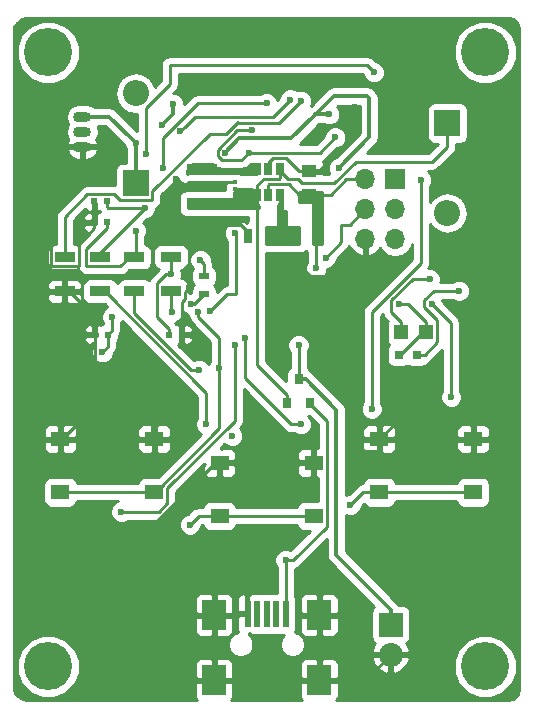
<source format=gbl>
G04 #@! TF.FileFunction,Copper,L2,Bot,Signal*
%FSLAX46Y46*%
G04 Gerber Fmt 4.6, Leading zero omitted, Abs format (unit mm)*
G04 Created by KiCad (PCBNEW 4.0.7) date 2017 November 19, Sunday 17:56:15*
%MOMM*%
%LPD*%
G01*
G04 APERTURE LIST*
%ADD10C,0.100000*%
%ADD11C,4.064000*%
%ADD12R,1.250000X1.000000*%
%ADD13R,0.350000X0.300000*%
%ADD14R,0.600000X0.500000*%
%ADD15R,0.797560X0.797560*%
%ADD16R,1.198880X1.198880*%
%ADD17R,2.032000X2.032000*%
%ADD18O,2.032000X2.032000*%
%ADD19R,2.500000X0.900000*%
%ADD20R,0.800000X0.900000*%
%ADD21R,1.700000X0.900000*%
%ADD22R,0.900000X0.500000*%
%ADD23R,1.700000X1.700000*%
%ADD24O,1.700000X1.700000*%
%ADD25R,1.550000X1.300000*%
%ADD26R,0.500380X2.301240*%
%ADD27R,1.998980X2.499360*%
%ADD28R,2.200000X2.200000*%
%ADD29O,2.200000X2.200000*%
%ADD30R,0.700000X1.300000*%
%ADD31O,1.501140X0.899160*%
%ADD32R,0.650000X1.060000*%
%ADD33C,0.600000*%
%ADD34C,0.250000*%
%ADD35C,0.350000*%
%ADD36C,0.254000*%
G04 APERTURE END LIST*
D10*
D11*
X160000000Y-134000000D03*
X123000000Y-134000000D03*
X160000000Y-82000000D03*
D12*
X145100000Y-94054700D03*
X145100000Y-92054700D03*
D13*
X138800000Y-93554700D03*
X138800000Y-93004700D03*
D14*
X128050000Y-105900000D03*
X126950000Y-105900000D03*
X128000000Y-94600000D03*
X126900000Y-94600000D03*
X128000000Y-96400000D03*
X126900000Y-96400000D03*
X133200000Y-105900000D03*
X134300000Y-105900000D03*
D15*
X154200000Y-107600000D03*
X152701400Y-107600000D03*
D16*
X155000000Y-105700000D03*
X152901960Y-105700000D03*
D17*
X152000000Y-130460000D03*
D18*
X152000000Y-133000000D03*
D19*
X136000000Y-94804700D03*
X136000000Y-91904700D03*
D20*
X145150000Y-111700000D03*
X143250000Y-111700000D03*
X144200000Y-109700000D03*
D21*
X124400000Y-102250000D03*
X124400000Y-99350000D03*
D22*
X136200000Y-102450000D03*
X136200000Y-100950000D03*
D21*
X127400000Y-99350000D03*
X127400000Y-102250000D03*
X130300000Y-99350000D03*
X130300000Y-102250000D03*
X133400000Y-99300000D03*
X133400000Y-102200000D03*
D23*
X152400000Y-92760000D03*
D24*
X149860000Y-92760000D03*
X152400000Y-95300000D03*
X149860000Y-95300000D03*
X152400000Y-97840000D03*
X149860000Y-97840000D03*
D25*
X151025000Y-114750000D03*
X151025000Y-119250000D03*
X158975000Y-119250000D03*
X158975000Y-114750000D03*
X137525000Y-116750000D03*
X137525000Y-121250000D03*
X145475000Y-121250000D03*
X145475000Y-116750000D03*
X124025000Y-114750000D03*
X124025000Y-119250000D03*
X131975000Y-119250000D03*
X131975000Y-114750000D03*
D26*
X143100200Y-129550680D03*
X142300100Y-129550680D03*
X141500000Y-129550680D03*
X140699900Y-129550680D03*
X139899800Y-129550680D03*
D27*
X145950080Y-129649740D03*
X145950080Y-135148840D03*
X137049920Y-129649740D03*
X137049920Y-135148840D03*
D28*
X130400000Y-93100000D03*
D29*
X130400000Y-85480000D03*
D28*
X156800000Y-88000000D03*
D29*
X156800000Y-95620000D03*
D30*
X145750000Y-97554700D03*
X143850000Y-97554700D03*
X141850000Y-97554700D03*
X139950000Y-97554700D03*
D31*
X125900000Y-88730000D03*
X125900000Y-87460000D03*
X125900000Y-90000000D03*
D32*
X140700000Y-91854700D03*
X141650000Y-91854700D03*
X142600000Y-91854700D03*
X142600000Y-94054700D03*
X140700000Y-94054700D03*
X141650000Y-94054700D03*
D11*
X123000000Y-82000000D03*
D33*
X140300000Y-88600000D03*
X129200000Y-120900000D03*
X138800000Y-106800000D03*
X135100000Y-103300000D03*
X147300000Y-89200000D03*
X140000000Y-90500000D03*
X145700000Y-100300000D03*
X137500000Y-118800000D03*
X133806513Y-92706513D03*
X149000000Y-86600000D03*
X134900000Y-102000000D03*
X143300000Y-101100000D03*
X143800000Y-99600000D03*
X126300000Y-92400000D03*
X136500000Y-107500000D03*
X148700000Y-115800000D03*
X145500000Y-115100000D03*
X150000000Y-102800000D03*
X148600000Y-100700000D03*
X152700000Y-113100000D03*
X131800000Y-110900000D03*
X131000000Y-127700000D03*
X143100000Y-125000000D03*
X144200000Y-106800000D03*
X143500000Y-86000000D03*
X134200000Y-88700000D03*
X127600000Y-107400000D03*
X128400000Y-104400000D03*
X131200000Y-95200000D03*
X130400000Y-97100000D03*
X133400000Y-100800000D03*
X157800000Y-102200000D03*
X152700000Y-103300000D03*
X155300000Y-101200000D03*
X157100000Y-111200000D03*
X155500000Y-103300000D03*
X154600000Y-92800000D03*
X150400000Y-112200000D03*
X144400000Y-113500000D03*
X139700000Y-106200000D03*
X138800000Y-97300000D03*
X136700000Y-103935000D03*
X146500000Y-99400000D03*
X131300000Y-90600000D03*
X150600000Y-83700000D03*
X135900000Y-99600000D03*
X141500000Y-86300000D03*
X132700000Y-91800000D03*
X138600000Y-114500000D03*
X136400000Y-113500000D03*
X148600000Y-120300000D03*
X135800000Y-108900000D03*
X135000000Y-122000000D03*
X135700000Y-104000000D03*
X133500000Y-104000000D03*
X137500000Y-108700000D03*
X146800000Y-87265000D03*
X138000000Y-90500000D03*
X132600000Y-88200000D03*
X133600000Y-86400000D03*
X130400000Y-89700000D03*
X147600000Y-91800000D03*
X144400000Y-86100000D03*
D34*
X137364999Y-90235001D02*
X139000000Y-88600000D01*
X139000000Y-88600000D02*
X140300000Y-88600000D01*
X140000000Y-90500000D02*
X139364999Y-91135001D01*
X139364999Y-91135001D02*
X137695199Y-91135001D01*
X137695199Y-91135001D02*
X137364999Y-90804801D01*
X137364999Y-90804801D02*
X137364999Y-90235001D01*
X138800000Y-106800000D02*
X138800000Y-113200552D01*
X138800000Y-113200552D02*
X133085001Y-118915551D01*
X133085001Y-118915551D02*
X133085001Y-120168001D01*
X133085001Y-120168001D02*
X132353002Y-120900000D01*
X132353002Y-120900000D02*
X129200000Y-120900000D01*
X135100000Y-103300000D02*
X135350000Y-103300000D01*
X135350000Y-103300000D02*
X136200000Y-102450000D01*
X140000000Y-90500000D02*
X146000000Y-90500000D01*
X146000000Y-90500000D02*
X147300000Y-89200000D01*
X145700000Y-100300000D02*
X145700000Y-97604700D01*
X145700000Y-97604700D02*
X145750000Y-97554700D01*
X148240000Y-92760000D02*
X146945300Y-94054700D01*
X146945300Y-94054700D02*
X145100000Y-94054700D01*
X149860000Y-92760000D02*
X148240000Y-92760000D01*
X141650000Y-94054700D02*
X141650000Y-93274700D01*
X141650000Y-93274700D02*
X141735001Y-93189699D01*
X141735001Y-93189699D02*
X143359999Y-93189699D01*
X143359999Y-93189699D02*
X144225000Y-94054700D01*
X144225000Y-94054700D02*
X145100000Y-94054700D01*
X145950080Y-135148840D02*
X144700590Y-135148840D01*
X144700590Y-135148840D02*
X137049920Y-135148840D01*
X145950080Y-129649740D02*
X145950080Y-135148840D01*
X137500000Y-118800000D02*
X137500000Y-116775000D01*
X137500000Y-116775000D02*
X137525000Y-116750000D01*
X133806513Y-92706513D02*
X134106512Y-93006512D01*
X134106512Y-93006512D02*
X134106512Y-93793488D01*
X134106512Y-93793488D02*
X133700000Y-94200000D01*
X145100000Y-92054700D02*
X145975000Y-92054700D01*
X145975000Y-92054700D02*
X149000000Y-89029700D01*
X149000000Y-89029700D02*
X149000000Y-86600000D01*
X141650000Y-91854700D02*
X141650000Y-91346698D01*
X144225000Y-92054700D02*
X145100000Y-92054700D01*
X141650000Y-91346698D02*
X142036688Y-90960010D01*
X142036688Y-90960010D02*
X143130310Y-90960010D01*
X143130310Y-90960010D02*
X144225000Y-92054700D01*
X133700000Y-94200000D02*
X133700000Y-96700000D01*
X133700000Y-96700000D02*
X134900000Y-97900000D01*
X134895300Y-93004700D02*
X133700000Y-94200000D01*
X138800000Y-93004700D02*
X134895300Y-93004700D01*
X139950000Y-97554700D02*
X139950000Y-97254700D01*
X139950000Y-97254700D02*
X139360299Y-96664999D01*
X139360299Y-96664999D02*
X136135001Y-96664999D01*
X136135001Y-96664999D02*
X134900000Y-97900000D01*
X134900000Y-97900000D02*
X134900000Y-101575736D01*
X134900000Y-101575736D02*
X134900000Y-102000000D01*
X134900000Y-102000000D02*
X134600001Y-102299999D01*
X134600001Y-102860197D02*
X134300000Y-103160198D01*
X134600001Y-102299999D02*
X134600001Y-102860197D01*
X134300000Y-105400000D02*
X134300000Y-105900000D01*
X134300000Y-103160198D02*
X134300000Y-105400000D01*
X143300000Y-101100000D02*
X143724264Y-101100000D01*
X143724264Y-101100000D02*
X143889263Y-100935001D01*
X143889263Y-100935001D02*
X145135001Y-100935001D01*
X143800000Y-99600000D02*
X145135001Y-100935001D01*
X147940735Y-100935001D02*
X148175736Y-100700000D01*
X145135001Y-100935001D02*
X147940735Y-100935001D01*
X148175736Y-100700000D02*
X148600000Y-100700000D01*
X126900000Y-96400000D02*
X126900000Y-96900000D01*
X126900000Y-96900000D02*
X125585001Y-98214999D01*
X125585001Y-98214999D02*
X125585001Y-100068001D01*
X125585001Y-100068001D02*
X125518001Y-100135001D01*
X125518001Y-100135001D02*
X123281999Y-100135001D01*
X123281999Y-100135001D02*
X123214999Y-100068001D01*
X123214999Y-100068001D02*
X123214999Y-95485001D01*
X123214999Y-95485001D02*
X126300000Y-92400000D01*
X126900000Y-94600000D02*
X126900000Y-96400000D01*
X134300000Y-105900000D02*
X134900000Y-105900000D01*
X134900000Y-105900000D02*
X136500000Y-107500000D01*
X148700000Y-115800000D02*
X150875000Y-115800000D01*
X150875000Y-115800000D02*
X151025000Y-115650000D01*
X151025000Y-115650000D02*
X151025000Y-114750000D01*
X145475000Y-116750000D02*
X145475000Y-115125000D01*
X145475000Y-115125000D02*
X145500000Y-115100000D01*
X148600000Y-100700000D02*
X150000000Y-102100000D01*
X150000000Y-102100000D02*
X150000000Y-102800000D01*
X151025000Y-114750000D02*
X151050000Y-114750000D01*
X151050000Y-114750000D02*
X152700000Y-113100000D01*
X158975000Y-114750000D02*
X151025000Y-114750000D01*
X131800000Y-110900000D02*
X131800000Y-114575000D01*
X131800000Y-114575000D02*
X131975000Y-114750000D01*
X126950000Y-105900000D02*
X126950000Y-111950000D01*
X126950000Y-111950000D02*
X124150000Y-114750000D01*
X124150000Y-114750000D02*
X124025000Y-114750000D01*
X126950000Y-105900000D02*
X126950000Y-104400000D01*
X126950000Y-104400000D02*
X124800000Y-102250000D01*
X124800000Y-102250000D02*
X124400000Y-102250000D01*
X137525000Y-116750000D02*
X137153554Y-116750000D01*
X137153554Y-116750000D02*
X131000000Y-122903554D01*
X131000000Y-122903554D02*
X131000000Y-127275736D01*
X131000000Y-127275736D02*
X131000000Y-127700000D01*
X131975000Y-114750000D02*
X124025000Y-114750000D01*
X145950080Y-135148840D02*
X149851160Y-135148840D01*
X149851160Y-135148840D02*
X152000000Y-133000000D01*
X137049920Y-129649740D02*
X132949740Y-129649740D01*
X132949740Y-129649740D02*
X131000000Y-127700000D01*
X137400000Y-126600000D02*
X137049920Y-126950080D01*
X137049920Y-126950080D02*
X137049920Y-129649740D01*
X139400000Y-126600000D02*
X137400000Y-126600000D01*
X139900000Y-127100000D02*
X139400000Y-126600000D01*
X139900000Y-128149860D02*
X139900000Y-127100000D01*
X139899800Y-129550680D02*
X139899800Y-128150060D01*
X139899800Y-128150060D02*
X139900000Y-128149860D01*
X137049920Y-129649740D02*
X137049920Y-135148840D01*
X145150000Y-111700000D02*
X145150000Y-111750000D01*
X145150000Y-111750000D02*
X146585001Y-113185001D01*
X146585001Y-122168001D02*
X143753002Y-125000000D01*
X143524264Y-125000000D02*
X143100000Y-125000000D01*
X146585001Y-113185001D02*
X146585001Y-122168001D01*
X143753002Y-125000000D02*
X143524264Y-125000000D01*
X143100200Y-129550680D02*
X143100200Y-128150060D01*
X143100200Y-128150060D02*
X143100000Y-128149860D01*
X143100000Y-128149860D02*
X143100000Y-125000000D01*
X138795300Y-94804700D02*
X138800000Y-94800000D01*
X138800000Y-94800000D02*
X138800000Y-93554700D01*
X136000000Y-94804700D02*
X138795300Y-94804700D01*
X138800000Y-93554700D02*
X140200000Y-93554700D01*
X140200000Y-93554700D02*
X140700000Y-94054700D01*
X143250000Y-111700000D02*
X143250000Y-111000000D01*
X143250000Y-111000000D02*
X140700000Y-108450000D01*
X140700000Y-108450000D02*
X140700000Y-94054700D01*
X155500000Y-91300000D02*
X156800000Y-90000000D01*
X156800000Y-90000000D02*
X156800000Y-88000000D01*
X149039802Y-91300000D02*
X155500000Y-91300000D01*
X144510310Y-93100000D02*
X147239802Y-93100000D01*
X147239802Y-93100000D02*
X149039802Y-91300000D01*
X142600000Y-91854700D02*
X142600000Y-92059700D01*
X142600000Y-92059700D02*
X143269989Y-92729689D01*
X143269989Y-92729689D02*
X144139999Y-92729689D01*
X144139999Y-92729689D02*
X144510310Y-93100000D01*
X140700000Y-94054700D02*
X140700000Y-93274700D01*
X140700000Y-93274700D02*
X141254999Y-92719701D01*
X141254999Y-92719701D02*
X142514999Y-92719701D01*
X142600000Y-92634700D02*
X142600000Y-91854700D01*
X142514999Y-92719701D02*
X142600000Y-92634700D01*
X144200000Y-106800000D02*
X144200000Y-109700000D01*
D35*
X152000000Y-130460000D02*
X152000000Y-129194000D01*
X152000000Y-129194000D02*
X147400000Y-124594000D01*
X147400000Y-124594000D02*
X147400000Y-112250000D01*
X147400000Y-112250000D02*
X144850000Y-109700000D01*
X144850000Y-109700000D02*
X144200000Y-109700000D01*
D34*
X134600000Y-88300000D02*
X135460009Y-87439991D01*
X135460009Y-87439991D02*
X142060009Y-87439991D01*
X142060009Y-87439991D02*
X143500000Y-86000000D01*
X134200000Y-88700000D02*
X134600000Y-88300000D01*
X128050000Y-105900000D02*
X128050000Y-106950000D01*
X128050000Y-106950000D02*
X127600000Y-107400000D01*
X128400000Y-104400000D02*
X128400000Y-105550000D01*
X128400000Y-105550000D02*
X128050000Y-105900000D01*
X128100000Y-105850000D02*
X128050000Y-105900000D01*
X131200000Y-95200000D02*
X127400000Y-99000000D01*
X127400000Y-99000000D02*
X127400000Y-99350000D01*
X131200000Y-95200000D02*
X128100000Y-95200000D01*
X128100000Y-95200000D02*
X128000000Y-95100000D01*
X128000000Y-95100000D02*
X128000000Y-94600000D01*
X130300000Y-99350000D02*
X129900000Y-99350000D01*
X129900000Y-99350000D02*
X129114999Y-100135001D01*
X129114999Y-100135001D02*
X126281999Y-100135001D01*
X126281999Y-100135001D02*
X126214999Y-100068001D01*
X126214999Y-100068001D02*
X126214999Y-98685001D01*
X126214999Y-98685001D02*
X128000000Y-96900000D01*
X128000000Y-96900000D02*
X128000000Y-96400000D01*
X130400000Y-97100000D02*
X130400000Y-99250000D01*
X130400000Y-99250000D02*
X130300000Y-99350000D01*
X133400000Y-100800000D02*
X132975736Y-100800000D01*
X132975736Y-100800000D02*
X132214999Y-101560737D01*
X132214999Y-101560737D02*
X132214999Y-104414999D01*
X132214999Y-104414999D02*
X133200000Y-105400000D01*
X133200000Y-105400000D02*
X133200000Y-105900000D01*
X133400000Y-100800000D02*
X133400000Y-99300000D01*
X155660198Y-102200000D02*
X157800000Y-102200000D01*
X154200000Y-107600000D02*
X154901882Y-107600000D01*
X155934441Y-104674243D02*
X154864999Y-103604801D01*
X154901882Y-107600000D02*
X155934441Y-106567441D01*
X154864999Y-102995199D02*
X155660198Y-102200000D01*
X155934441Y-106567441D02*
X155934441Y-104674243D01*
X154864999Y-103604801D02*
X154864999Y-102995199D01*
X152701400Y-107600000D02*
X152803842Y-107600000D01*
X154703842Y-105700000D02*
X155000000Y-105700000D01*
X152803842Y-107600000D02*
X154703842Y-105700000D01*
X155000000Y-105700000D02*
X155000000Y-104850560D01*
X155000000Y-104850560D02*
X153449440Y-103300000D01*
X153449440Y-103300000D02*
X152700000Y-103300000D01*
X152901960Y-105700000D02*
X152901960Y-104850560D01*
X152901960Y-104850560D02*
X152064999Y-104013599D01*
X152064999Y-104013599D02*
X152064999Y-102995199D01*
X152064999Y-102995199D02*
X153860198Y-101200000D01*
X153860198Y-101200000D02*
X155300000Y-101200000D01*
X155500000Y-103300000D02*
X157100000Y-104900000D01*
X157100000Y-104900000D02*
X157100000Y-105998118D01*
X157100000Y-105998118D02*
X157100000Y-111200000D01*
X150400000Y-112200000D02*
X150400000Y-104009646D01*
X150400000Y-104009646D02*
X154600000Y-99809646D01*
X154600000Y-99809646D02*
X154600000Y-92800000D01*
X139700000Y-106200000D02*
X139700000Y-109603002D01*
X139700000Y-109603002D02*
X143596998Y-113500000D01*
X143596998Y-113500000D02*
X144400000Y-113500000D01*
X138900000Y-102500000D02*
X138900000Y-97400000D01*
X138900000Y-97400000D02*
X138800000Y-97300000D01*
X136700000Y-103935000D02*
X138135000Y-102500000D01*
X138135000Y-102500000D02*
X138900000Y-102500000D01*
X147800000Y-96600000D02*
X148560000Y-96600000D01*
X148560000Y-96600000D02*
X149860000Y-95300000D01*
X147800000Y-98100000D02*
X147800000Y-96600000D01*
X146500000Y-99400000D02*
X147800000Y-98100000D01*
X133300000Y-83100000D02*
X133300000Y-84703802D01*
X131300000Y-86703802D02*
X131300000Y-90600000D01*
X133300000Y-84703802D02*
X131300000Y-86703802D01*
X150000000Y-83100000D02*
X133300000Y-83100000D01*
X150600000Y-83700000D02*
X150000000Y-83100000D01*
X136200000Y-100950000D02*
X136200000Y-99900000D01*
X136200000Y-99900000D02*
X135900000Y-99600000D01*
X141100000Y-86300000D02*
X141500000Y-86300000D01*
X141100000Y-86300000D02*
X135649448Y-86300000D01*
X135649448Y-86300000D02*
X132700000Y-89249448D01*
X132700000Y-89249448D02*
X132700000Y-91800000D01*
X127400000Y-102250000D02*
X127800000Y-102250000D01*
X127800000Y-102250000D02*
X136400000Y-110850000D01*
X136400000Y-110850000D02*
X136400000Y-113500000D01*
X151025000Y-119250000D02*
X149650000Y-119250000D01*
X149650000Y-119250000D02*
X148600000Y-120300000D01*
X151025000Y-119250000D02*
X151150000Y-119250000D01*
X151150000Y-119250000D02*
X158975000Y-119250000D01*
X130300000Y-102250000D02*
X130300000Y-104099448D01*
X130300000Y-104099448D02*
X135100552Y-108900000D01*
X135100552Y-108900000D02*
X135800000Y-108900000D01*
X137525000Y-121250000D02*
X135750000Y-121250000D01*
X135750000Y-121250000D02*
X135000000Y-122000000D01*
X145475000Y-121250000D02*
X137525000Y-121250000D01*
X135700000Y-104000000D02*
X135700000Y-104424264D01*
X135700000Y-104424264D02*
X137500000Y-106224264D01*
X137500000Y-106224264D02*
X137500000Y-107000000D01*
X133400000Y-102200000D02*
X133400000Y-103900000D01*
X133400000Y-103900000D02*
X133500000Y-104000000D01*
X131975000Y-119250000D02*
X132100000Y-119250000D01*
X132100000Y-119250000D02*
X137500000Y-113850000D01*
X137500000Y-113850000D02*
X137500000Y-109124264D01*
X137500000Y-109124264D02*
X137500000Y-108700000D01*
X131975000Y-119250000D02*
X124025000Y-119250000D01*
X137500000Y-107000000D02*
X137500000Y-108700000D01*
D35*
X147200000Y-85700000D02*
X145500000Y-87400000D01*
X145500000Y-87400000D02*
X143600000Y-89300000D01*
X146800000Y-87265000D02*
X145635000Y-87265000D01*
D34*
X145635000Y-87265000D02*
X145500000Y-87400000D01*
D35*
X143000000Y-89300000D02*
X139200000Y-89300000D01*
X139200000Y-89300000D02*
X138000000Y-90500000D01*
X143600000Y-89300000D02*
X143000000Y-89300000D01*
X150000000Y-85700000D02*
X147200000Y-85700000D01*
X150200000Y-85900000D02*
X150000000Y-85700000D01*
X150200000Y-89200000D02*
X150200000Y-85900000D01*
X147600000Y-91800000D02*
X150200000Y-89200000D01*
X133600000Y-86400000D02*
X133600000Y-87200000D01*
X133600000Y-87200000D02*
X132600000Y-88200000D01*
X128160000Y-87460000D02*
X130000000Y-89300000D01*
X130400000Y-89700000D02*
X130000000Y-89300000D01*
X130400000Y-89700000D02*
X130400000Y-93100000D01*
X125900000Y-87460000D02*
X128160000Y-87460000D01*
D34*
X125900000Y-87460000D02*
X126200990Y-87460000D01*
X136000000Y-91904700D02*
X140650000Y-91904700D01*
X140650000Y-91904700D02*
X140700000Y-91854700D01*
X138049448Y-88900000D02*
X138400000Y-88549448D01*
X138400000Y-88549448D02*
X139049448Y-87900000D01*
X144400000Y-86100000D02*
X142535001Y-87964999D01*
X142535001Y-87964999D02*
X138984449Y-87964999D01*
X138984449Y-87964999D02*
X138400000Y-88549448D01*
X136714999Y-88900000D02*
X138049448Y-88900000D01*
X136714999Y-88900000D02*
X131835001Y-93779998D01*
X131835001Y-93779998D02*
X131835001Y-94468001D01*
X131835001Y-94468001D02*
X131768001Y-94535001D01*
X131768001Y-94535001D02*
X129088003Y-94535001D01*
X129088003Y-94535001D02*
X128568001Y-94014999D01*
X128568001Y-94014999D02*
X126331999Y-94014999D01*
X126331999Y-94014999D02*
X124400000Y-95946998D01*
X124400000Y-95946998D02*
X124400000Y-98650000D01*
X124400000Y-98650000D02*
X124400000Y-99350000D01*
X142800000Y-95800000D02*
X142600000Y-95600000D01*
X142600000Y-95600000D02*
X142600000Y-94054700D01*
X142800000Y-97204700D02*
X142800000Y-95800000D01*
X141850000Y-97554700D02*
X142450000Y-97554700D01*
X142450000Y-97554700D02*
X142800000Y-97204700D01*
D36*
G36*
X137157798Y-91672402D02*
X137404359Y-91837149D01*
X137695199Y-91895001D01*
X139364999Y-91895001D01*
X139655838Y-91837149D01*
X139902400Y-91672402D01*
X140139680Y-91435122D01*
X140185167Y-91435162D01*
X140204921Y-91427000D01*
X140677560Y-91427000D01*
X140677560Y-92222338D01*
X140626898Y-92273000D01*
X139248450Y-92273000D01*
X139226890Y-92258269D01*
X138975000Y-92207260D01*
X138625000Y-92207260D01*
X138426024Y-92244700D01*
X134895300Y-92244700D01*
X134727000Y-92278177D01*
X134727000Y-91962801D01*
X135262801Y-91427000D01*
X136912396Y-91427000D01*
X137157798Y-91672402D01*
X137157798Y-91672402D01*
G37*
X137157798Y-91672402D02*
X137404359Y-91837149D01*
X137695199Y-91895001D01*
X139364999Y-91895001D01*
X139655838Y-91837149D01*
X139902400Y-91672402D01*
X140139680Y-91435122D01*
X140185167Y-91435162D01*
X140204921Y-91427000D01*
X140677560Y-91427000D01*
X140677560Y-92222338D01*
X140626898Y-92273000D01*
X139248450Y-92273000D01*
X139226890Y-92258269D01*
X138975000Y-92207260D01*
X138625000Y-92207260D01*
X138426024Y-92244700D01*
X134895300Y-92244700D01*
X134727000Y-92278177D01*
X134727000Y-91962801D01*
X135262801Y-91427000D01*
X136912396Y-91427000D01*
X137157798Y-91672402D01*
G36*
X140677560Y-94584700D02*
X140721838Y-94820017D01*
X140860910Y-95036141D01*
X140873000Y-95044402D01*
X140873000Y-95173000D01*
X134827000Y-95173000D01*
X134827000Y-94427000D01*
X138600000Y-94427000D01*
X138649410Y-94416994D01*
X138691035Y-94388553D01*
X138718315Y-94346159D01*
X138727000Y-94300000D01*
X138727000Y-93802140D01*
X138975000Y-93802140D01*
X139210317Y-93757862D01*
X139413682Y-93627000D01*
X140677560Y-93627000D01*
X140677560Y-94584700D01*
X140677560Y-94584700D01*
G37*
X140677560Y-94584700D02*
X140721838Y-94820017D01*
X140860910Y-95036141D01*
X140873000Y-95044402D01*
X140873000Y-95173000D01*
X134827000Y-95173000D01*
X134827000Y-94427000D01*
X138600000Y-94427000D01*
X138649410Y-94416994D01*
X138691035Y-94388553D01*
X138718315Y-94346159D01*
X138727000Y-94300000D01*
X138727000Y-93802140D01*
X138975000Y-93802140D01*
X139210317Y-93757862D01*
X139413682Y-93627000D01*
X140677560Y-93627000D01*
X140677560Y-94584700D01*
G36*
X142773000Y-95300000D02*
X142783006Y-95349410D01*
X142811447Y-95391035D01*
X142853841Y-95418315D01*
X142900000Y-95427000D01*
X143173000Y-95427000D01*
X143173000Y-96700000D01*
X143183006Y-96749410D01*
X143211447Y-96791035D01*
X143253841Y-96818315D01*
X143300000Y-96827000D01*
X144273000Y-96827000D01*
X144273000Y-98273000D01*
X141460000Y-98273000D01*
X141460000Y-96827000D01*
X142300000Y-96827000D01*
X142349410Y-96816994D01*
X142391035Y-96788553D01*
X142418315Y-96746159D01*
X142427000Y-96700000D01*
X142427000Y-95047972D01*
X142571431Y-94836590D01*
X142622440Y-94584700D01*
X142622440Y-93949699D01*
X142773000Y-93949699D01*
X142773000Y-95300000D01*
X142773000Y-95300000D01*
G37*
X142773000Y-95300000D02*
X142783006Y-95349410D01*
X142811447Y-95391035D01*
X142853841Y-95418315D01*
X142900000Y-95427000D01*
X143173000Y-95427000D01*
X143173000Y-96700000D01*
X143183006Y-96749410D01*
X143211447Y-96791035D01*
X143253841Y-96818315D01*
X143300000Y-96827000D01*
X144273000Y-96827000D01*
X144273000Y-98273000D01*
X141460000Y-98273000D01*
X141460000Y-96827000D01*
X142300000Y-96827000D01*
X142349410Y-96816994D01*
X142391035Y-96788553D01*
X142418315Y-96746159D01*
X142427000Y-96700000D01*
X142427000Y-95047972D01*
X142571431Y-94836590D01*
X142622440Y-94584700D01*
X142622440Y-93949699D01*
X142773000Y-93949699D01*
X142773000Y-95300000D01*
G36*
X144510310Y-93860000D02*
X146173000Y-93860000D01*
X146173000Y-98273000D01*
X145427000Y-98273000D01*
X145427000Y-94800000D01*
X145416994Y-94750590D01*
X145388553Y-94708965D01*
X145346159Y-94681685D01*
X145300000Y-94673000D01*
X144227000Y-94673000D01*
X144227000Y-93803646D01*
X144510310Y-93860000D01*
X144510310Y-93860000D01*
G37*
X144510310Y-93860000D02*
X146173000Y-93860000D01*
X146173000Y-98273000D01*
X145427000Y-98273000D01*
X145427000Y-94800000D01*
X145416994Y-94750590D01*
X145388553Y-94708965D01*
X145346159Y-94681685D01*
X145300000Y-94673000D01*
X144227000Y-94673000D01*
X144227000Y-93803646D01*
X144510310Y-93860000D01*
G36*
X162347857Y-79217873D02*
X162608419Y-79391581D01*
X162782127Y-79652143D01*
X162873000Y-80015634D01*
X162873000Y-135887423D01*
X162778801Y-136358418D01*
X162699816Y-136516388D01*
X162346846Y-136781115D01*
X161887423Y-136873000D01*
X147373116Y-136873000D01*
X147487897Y-136758218D01*
X147584570Y-136524829D01*
X147584570Y-135434590D01*
X147425820Y-135275840D01*
X146077080Y-135275840D01*
X146077080Y-135295840D01*
X145823080Y-135295840D01*
X145823080Y-135275840D01*
X144474340Y-135275840D01*
X144315590Y-135434590D01*
X144315590Y-136524829D01*
X144412263Y-136758218D01*
X144527044Y-136873000D01*
X138472956Y-136873000D01*
X138587737Y-136758218D01*
X138684410Y-136524829D01*
X138684410Y-135434590D01*
X138525660Y-135275840D01*
X137176920Y-135275840D01*
X137176920Y-135295840D01*
X136922920Y-135295840D01*
X136922920Y-135275840D01*
X135574180Y-135275840D01*
X135415430Y-135434590D01*
X135415430Y-136524829D01*
X135512103Y-136758218D01*
X135626884Y-136873000D01*
X121124459Y-136873000D01*
X120662761Y-136688320D01*
X120304691Y-136419768D01*
X120127000Y-135975541D01*
X120127000Y-134528172D01*
X120332538Y-134528172D01*
X120737709Y-135508761D01*
X121487293Y-136259655D01*
X122467173Y-136666536D01*
X123528172Y-136667462D01*
X124508761Y-136262291D01*
X125259655Y-135512707D01*
X125666536Y-134532827D01*
X125667199Y-133772851D01*
X135415430Y-133772851D01*
X135415430Y-134863090D01*
X135574180Y-135021840D01*
X136922920Y-135021840D01*
X136922920Y-133422910D01*
X137176920Y-133422910D01*
X137176920Y-135021840D01*
X138525660Y-135021840D01*
X138684410Y-134863090D01*
X138684410Y-133772851D01*
X144315590Y-133772851D01*
X144315590Y-134863090D01*
X144474340Y-135021840D01*
X145823080Y-135021840D01*
X145823080Y-133422910D01*
X146077080Y-133422910D01*
X146077080Y-135021840D01*
X147425820Y-135021840D01*
X147584570Y-134863090D01*
X147584570Y-133772851D01*
X147487897Y-133539462D01*
X147331380Y-133382944D01*
X150394025Y-133382944D01*
X150593615Y-133864818D01*
X151031621Y-134337188D01*
X151617054Y-134605983D01*
X151873000Y-134487367D01*
X151873000Y-133127000D01*
X152127000Y-133127000D01*
X152127000Y-134487367D01*
X152382946Y-134605983D01*
X152552417Y-134528172D01*
X157332538Y-134528172D01*
X157737709Y-135508761D01*
X158487293Y-136259655D01*
X159467173Y-136666536D01*
X160528172Y-136667462D01*
X161508761Y-136262291D01*
X162259655Y-135512707D01*
X162666536Y-134532827D01*
X162667462Y-133471828D01*
X162262291Y-132491239D01*
X161512707Y-131740345D01*
X160532827Y-131333464D01*
X159471828Y-131332538D01*
X158491239Y-131737709D01*
X157740345Y-132487293D01*
X157333464Y-133467173D01*
X157332538Y-134528172D01*
X152552417Y-134528172D01*
X152968379Y-134337188D01*
X153406385Y-133864818D01*
X153605975Y-133382944D01*
X153486836Y-133127000D01*
X152127000Y-133127000D01*
X151873000Y-133127000D01*
X150513164Y-133127000D01*
X150394025Y-133382944D01*
X147331380Y-133382944D01*
X147309269Y-133360833D01*
X147075880Y-133264160D01*
X146235830Y-133264160D01*
X146077080Y-133422910D01*
X145823080Y-133422910D01*
X145664330Y-133264160D01*
X144824280Y-133264160D01*
X144590891Y-133360833D01*
X144412263Y-133539462D01*
X144315590Y-133772851D01*
X138684410Y-133772851D01*
X138587737Y-133539462D01*
X138409109Y-133360833D01*
X138175720Y-133264160D01*
X137335670Y-133264160D01*
X137176920Y-133422910D01*
X136922920Y-133422910D01*
X136764170Y-133264160D01*
X135924120Y-133264160D01*
X135690731Y-133360833D01*
X135512103Y-133539462D01*
X135415430Y-133772851D01*
X125667199Y-133772851D01*
X125667462Y-133471828D01*
X125262291Y-132491239D01*
X124512707Y-131740345D01*
X123532827Y-131333464D01*
X122471828Y-131332538D01*
X121491239Y-131737709D01*
X120740345Y-132487293D01*
X120333464Y-133467173D01*
X120332538Y-134528172D01*
X120127000Y-134528172D01*
X120127000Y-129935490D01*
X135415430Y-129935490D01*
X135415430Y-131025729D01*
X135512103Y-131259118D01*
X135690731Y-131437747D01*
X135924120Y-131534420D01*
X136764170Y-131534420D01*
X136922920Y-131375670D01*
X136922920Y-129776740D01*
X137176920Y-129776740D01*
X137176920Y-131375670D01*
X137335670Y-131534420D01*
X138175720Y-131534420D01*
X138409109Y-131437747D01*
X138587737Y-131259118D01*
X138684410Y-131025729D01*
X138684410Y-129935490D01*
X138525660Y-129776740D01*
X137176920Y-129776740D01*
X136922920Y-129776740D01*
X135574180Y-129776740D01*
X135415430Y-129935490D01*
X120127000Y-129935490D01*
X120127000Y-128273751D01*
X135415430Y-128273751D01*
X135415430Y-129363990D01*
X135574180Y-129522740D01*
X136922920Y-129522740D01*
X136922920Y-127923810D01*
X137176920Y-127923810D01*
X137176920Y-129522740D01*
X138525660Y-129522740D01*
X138684410Y-129363990D01*
X138684410Y-128273751D01*
X139014610Y-128273751D01*
X139014610Y-129264930D01*
X139173360Y-129423680D01*
X139774705Y-129423680D01*
X139774705Y-127923810D01*
X139615955Y-127765060D01*
X139523300Y-127765060D01*
X139289911Y-127861733D01*
X139111283Y-128040362D01*
X139014610Y-128273751D01*
X138684410Y-128273751D01*
X138587737Y-128040362D01*
X138409109Y-127861733D01*
X138175720Y-127765060D01*
X137335670Y-127765060D01*
X137176920Y-127923810D01*
X136922920Y-127923810D01*
X136764170Y-127765060D01*
X135924120Y-127765060D01*
X135690731Y-127861733D01*
X135512103Y-128040362D01*
X135415430Y-128273751D01*
X120127000Y-128273751D01*
X120127000Y-118600000D01*
X122602560Y-118600000D01*
X122602560Y-119900000D01*
X122646838Y-120135317D01*
X122785910Y-120351441D01*
X122998110Y-120496431D01*
X123250000Y-120547440D01*
X124800000Y-120547440D01*
X125035317Y-120503162D01*
X125251441Y-120364090D01*
X125396431Y-120151890D01*
X125425164Y-120010000D01*
X128905532Y-120010000D01*
X128671057Y-120106883D01*
X128407808Y-120369673D01*
X128265162Y-120713201D01*
X128264838Y-121085167D01*
X128406883Y-121428943D01*
X128669673Y-121692192D01*
X129013201Y-121834838D01*
X129385167Y-121835162D01*
X129728943Y-121693117D01*
X129762118Y-121660000D01*
X132353002Y-121660000D01*
X132643841Y-121602148D01*
X132890403Y-121437401D01*
X133622402Y-120705402D01*
X133787149Y-120458840D01*
X133845001Y-120168001D01*
X133845001Y-119230353D01*
X136198352Y-116877002D01*
X136273748Y-116877002D01*
X136115000Y-117035750D01*
X136115000Y-117526310D01*
X136211673Y-117759699D01*
X136390302Y-117938327D01*
X136623691Y-118035000D01*
X137239250Y-118035000D01*
X137398000Y-117876250D01*
X137398000Y-116877000D01*
X137652000Y-116877000D01*
X137652000Y-117876250D01*
X137810750Y-118035000D01*
X138426309Y-118035000D01*
X138659698Y-117938327D01*
X138838327Y-117759699D01*
X138935000Y-117526310D01*
X138935000Y-117035750D01*
X144065000Y-117035750D01*
X144065000Y-117526310D01*
X144161673Y-117759699D01*
X144340302Y-117938327D01*
X144573691Y-118035000D01*
X145189250Y-118035000D01*
X145348000Y-117876250D01*
X145348000Y-116877000D01*
X144223750Y-116877000D01*
X144065000Y-117035750D01*
X138935000Y-117035750D01*
X138776250Y-116877000D01*
X137652000Y-116877000D01*
X137398000Y-116877000D01*
X137378000Y-116877000D01*
X137378000Y-116623000D01*
X137398000Y-116623000D01*
X137398000Y-116603000D01*
X137652000Y-116603000D01*
X137652000Y-116623000D01*
X138776250Y-116623000D01*
X138935000Y-116464250D01*
X138935000Y-115973690D01*
X144065000Y-115973690D01*
X144065000Y-116464250D01*
X144223750Y-116623000D01*
X145348000Y-116623000D01*
X145348000Y-115623750D01*
X145189250Y-115465000D01*
X144573691Y-115465000D01*
X144340302Y-115561673D01*
X144161673Y-115740301D01*
X144065000Y-115973690D01*
X138935000Y-115973690D01*
X138838327Y-115740301D01*
X138659698Y-115561673D01*
X138426309Y-115465000D01*
X137810750Y-115465000D01*
X137652002Y-115623748D01*
X137652002Y-115465000D01*
X137610354Y-115465000D01*
X137926542Y-115148812D01*
X138069673Y-115292192D01*
X138413201Y-115434838D01*
X138785167Y-115435162D01*
X139128943Y-115293117D01*
X139392192Y-115030327D01*
X139534838Y-114686799D01*
X139535162Y-114314833D01*
X139393117Y-113971057D01*
X139248833Y-113826521D01*
X139337401Y-113737953D01*
X139502148Y-113491391D01*
X139560000Y-113200552D01*
X139560000Y-110537804D01*
X143059597Y-114037401D01*
X143306158Y-114202148D01*
X143354412Y-114211746D01*
X143596998Y-114260000D01*
X143837537Y-114260000D01*
X143869673Y-114292192D01*
X144213201Y-114434838D01*
X144585167Y-114435162D01*
X144928943Y-114293117D01*
X145192192Y-114030327D01*
X145334838Y-113686799D01*
X145335162Y-113314833D01*
X145193117Y-112971057D01*
X145019803Y-112797440D01*
X145122638Y-112797440D01*
X145825001Y-113499803D01*
X145825001Y-115465000D01*
X145760750Y-115465000D01*
X145602000Y-115623750D01*
X145602000Y-116623000D01*
X145622000Y-116623000D01*
X145622000Y-116877000D01*
X145602000Y-116877000D01*
X145602000Y-117876250D01*
X145760750Y-118035000D01*
X145825001Y-118035000D01*
X145825001Y-119952560D01*
X144700000Y-119952560D01*
X144464683Y-119996838D01*
X144248559Y-120135910D01*
X144103569Y-120348110D01*
X144074836Y-120490000D01*
X138926742Y-120490000D01*
X138903162Y-120364683D01*
X138764090Y-120148559D01*
X138551890Y-120003569D01*
X138300000Y-119952560D01*
X136750000Y-119952560D01*
X136514683Y-119996838D01*
X136298559Y-120135910D01*
X136153569Y-120348110D01*
X136124836Y-120490000D01*
X135750000Y-120490000D01*
X135459160Y-120547852D01*
X135212599Y-120712599D01*
X134860320Y-121064878D01*
X134814833Y-121064838D01*
X134471057Y-121206883D01*
X134207808Y-121469673D01*
X134065162Y-121813201D01*
X134064838Y-122185167D01*
X134206883Y-122528943D01*
X134469673Y-122792192D01*
X134813201Y-122934838D01*
X135185167Y-122935162D01*
X135528943Y-122793117D01*
X135792192Y-122530327D01*
X135934838Y-122186799D01*
X135934879Y-122139923D01*
X136064802Y-122010000D01*
X136123258Y-122010000D01*
X136146838Y-122135317D01*
X136285910Y-122351441D01*
X136498110Y-122496431D01*
X136750000Y-122547440D01*
X138300000Y-122547440D01*
X138535317Y-122503162D01*
X138751441Y-122364090D01*
X138896431Y-122151890D01*
X138925164Y-122010000D01*
X144073258Y-122010000D01*
X144096838Y-122135317D01*
X144235910Y-122351441D01*
X144448110Y-122496431D01*
X144700000Y-122547440D01*
X145130760Y-122547440D01*
X143517318Y-124160882D01*
X143286799Y-124065162D01*
X142914833Y-124064838D01*
X142571057Y-124206883D01*
X142307808Y-124469673D01*
X142165162Y-124813201D01*
X142164838Y-125185167D01*
X142306883Y-125528943D01*
X142340000Y-125562118D01*
X142340000Y-127752620D01*
X142049910Y-127752620D01*
X141894548Y-127781853D01*
X141750190Y-127752620D01*
X141249810Y-127752620D01*
X141094448Y-127781853D01*
X140950090Y-127752620D01*
X140449710Y-127752620D01*
X140309816Y-127778943D01*
X140276300Y-127765060D01*
X140183645Y-127765060D01*
X140038845Y-127909860D01*
X139998269Y-127935970D01*
X139853279Y-128148170D01*
X139802270Y-128400060D01*
X139802270Y-129697680D01*
X139774705Y-129697680D01*
X139774705Y-129677680D01*
X139173360Y-129677680D01*
X139014610Y-129836430D01*
X139014610Y-130827609D01*
X139111283Y-131060998D01*
X139114642Y-131064357D01*
X139085570Y-131064332D01*
X138686797Y-131229102D01*
X138381434Y-131533933D01*
X138215969Y-131932417D01*
X138215592Y-132363890D01*
X138380362Y-132762663D01*
X138685193Y-133068026D01*
X139083677Y-133233491D01*
X139515150Y-133233868D01*
X139913923Y-133069098D01*
X140219286Y-132764267D01*
X140384751Y-132365783D01*
X140385128Y-131934310D01*
X140220358Y-131535537D01*
X140021468Y-131336300D01*
X140026802Y-131336300D01*
X140026802Y-131180879D01*
X140031293Y-131183948D01*
X140183645Y-131336300D01*
X140276300Y-131336300D01*
X140313069Y-131321070D01*
X140449710Y-131348740D01*
X140950090Y-131348740D01*
X141105452Y-131319507D01*
X141249810Y-131348740D01*
X141750190Y-131348740D01*
X141905552Y-131319507D01*
X142049910Y-131348740D01*
X142550290Y-131348740D01*
X142705652Y-131319507D01*
X142850010Y-131348740D01*
X142966230Y-131348740D01*
X142780714Y-131533933D01*
X142615249Y-131932417D01*
X142614872Y-132363890D01*
X142779642Y-132762663D01*
X143084473Y-133068026D01*
X143482957Y-133233491D01*
X143914430Y-133233868D01*
X144313203Y-133069098D01*
X144618566Y-132764267D01*
X144784031Y-132365783D01*
X144784408Y-131934310D01*
X144619638Y-131535537D01*
X144314807Y-131230174D01*
X143916323Y-131064709D01*
X143870651Y-131064669D01*
X143946821Y-130953190D01*
X143997830Y-130701300D01*
X143997830Y-129935490D01*
X144315590Y-129935490D01*
X144315590Y-131025729D01*
X144412263Y-131259118D01*
X144590891Y-131437747D01*
X144824280Y-131534420D01*
X145664330Y-131534420D01*
X145823080Y-131375670D01*
X145823080Y-129776740D01*
X146077080Y-129776740D01*
X146077080Y-131375670D01*
X146235830Y-131534420D01*
X147075880Y-131534420D01*
X147309269Y-131437747D01*
X147487897Y-131259118D01*
X147584570Y-131025729D01*
X147584570Y-129935490D01*
X147425820Y-129776740D01*
X146077080Y-129776740D01*
X145823080Y-129776740D01*
X144474340Y-129776740D01*
X144315590Y-129935490D01*
X143997830Y-129935490D01*
X143997830Y-128400060D01*
X143974064Y-128273751D01*
X144315590Y-128273751D01*
X144315590Y-129363990D01*
X144474340Y-129522740D01*
X145823080Y-129522740D01*
X145823080Y-127923810D01*
X146077080Y-127923810D01*
X146077080Y-129522740D01*
X147425820Y-129522740D01*
X147584570Y-129363990D01*
X147584570Y-128273751D01*
X147487897Y-128040362D01*
X147309269Y-127861733D01*
X147075880Y-127765060D01*
X146235830Y-127765060D01*
X146077080Y-127923810D01*
X145823080Y-127923810D01*
X145664330Y-127765060D01*
X144824280Y-127765060D01*
X144590891Y-127861733D01*
X144412263Y-128040362D01*
X144315590Y-128273751D01*
X143974064Y-128273751D01*
X143953552Y-128164743D01*
X143860000Y-128019359D01*
X143860000Y-125738717D01*
X144043841Y-125702148D01*
X144290403Y-125537401D01*
X146590000Y-123237804D01*
X146590000Y-124594000D01*
X146651658Y-124903974D01*
X146715821Y-125000000D01*
X146827244Y-125166756D01*
X150598175Y-128937687D01*
X150532559Y-128979910D01*
X150387569Y-129192110D01*
X150336560Y-129444000D01*
X150336560Y-131476000D01*
X150380838Y-131711317D01*
X150519910Y-131927441D01*
X150682948Y-132038840D01*
X150593615Y-132135182D01*
X150394025Y-132617056D01*
X150513164Y-132873000D01*
X151873000Y-132873000D01*
X151873000Y-132853000D01*
X152127000Y-132853000D01*
X152127000Y-132873000D01*
X153486836Y-132873000D01*
X153605975Y-132617056D01*
X153406385Y-132135182D01*
X153315903Y-132037602D01*
X153467441Y-131940090D01*
X153612431Y-131727890D01*
X153663440Y-131476000D01*
X153663440Y-129444000D01*
X153619162Y-129208683D01*
X153480090Y-128992559D01*
X153267890Y-128847569D01*
X153016000Y-128796560D01*
X152689899Y-128796560D01*
X152617001Y-128687461D01*
X152572756Y-128621243D01*
X148210000Y-124258488D01*
X148210000Y-121150461D01*
X148413201Y-121234838D01*
X148785167Y-121235162D01*
X149128943Y-121093117D01*
X149392192Y-120830327D01*
X149534838Y-120486799D01*
X149534879Y-120439923D01*
X149722266Y-120252536D01*
X149785910Y-120351441D01*
X149998110Y-120496431D01*
X150250000Y-120547440D01*
X151800000Y-120547440D01*
X152035317Y-120503162D01*
X152251441Y-120364090D01*
X152396431Y-120151890D01*
X152425164Y-120010000D01*
X157573258Y-120010000D01*
X157596838Y-120135317D01*
X157735910Y-120351441D01*
X157948110Y-120496431D01*
X158200000Y-120547440D01*
X159750000Y-120547440D01*
X159985317Y-120503162D01*
X160201441Y-120364090D01*
X160346431Y-120151890D01*
X160397440Y-119900000D01*
X160397440Y-118600000D01*
X160353162Y-118364683D01*
X160214090Y-118148559D01*
X160001890Y-118003569D01*
X159750000Y-117952560D01*
X158200000Y-117952560D01*
X157964683Y-117996838D01*
X157748559Y-118135910D01*
X157603569Y-118348110D01*
X157574836Y-118490000D01*
X152426742Y-118490000D01*
X152403162Y-118364683D01*
X152264090Y-118148559D01*
X152051890Y-118003569D01*
X151800000Y-117952560D01*
X150250000Y-117952560D01*
X150014683Y-117996838D01*
X149798559Y-118135910D01*
X149653569Y-118348110D01*
X149623779Y-118495216D01*
X149359160Y-118547852D01*
X149112599Y-118712599D01*
X148460320Y-119364878D01*
X148414833Y-119364838D01*
X148210000Y-119449473D01*
X148210000Y-115035750D01*
X149615000Y-115035750D01*
X149615000Y-115526310D01*
X149711673Y-115759699D01*
X149890302Y-115938327D01*
X150123691Y-116035000D01*
X150739250Y-116035000D01*
X150898000Y-115876250D01*
X150898000Y-114877000D01*
X151152000Y-114877000D01*
X151152000Y-115876250D01*
X151310750Y-116035000D01*
X151926309Y-116035000D01*
X152159698Y-115938327D01*
X152338327Y-115759699D01*
X152435000Y-115526310D01*
X152435000Y-115035750D01*
X157565000Y-115035750D01*
X157565000Y-115526310D01*
X157661673Y-115759699D01*
X157840302Y-115938327D01*
X158073691Y-116035000D01*
X158689250Y-116035000D01*
X158848000Y-115876250D01*
X158848000Y-114877000D01*
X159102000Y-114877000D01*
X159102000Y-115876250D01*
X159260750Y-116035000D01*
X159876309Y-116035000D01*
X160109698Y-115938327D01*
X160288327Y-115759699D01*
X160385000Y-115526310D01*
X160385000Y-115035750D01*
X160226250Y-114877000D01*
X159102000Y-114877000D01*
X158848000Y-114877000D01*
X157723750Y-114877000D01*
X157565000Y-115035750D01*
X152435000Y-115035750D01*
X152276250Y-114877000D01*
X151152000Y-114877000D01*
X150898000Y-114877000D01*
X149773750Y-114877000D01*
X149615000Y-115035750D01*
X148210000Y-115035750D01*
X148210000Y-113973690D01*
X149615000Y-113973690D01*
X149615000Y-114464250D01*
X149773750Y-114623000D01*
X150898000Y-114623000D01*
X150898000Y-113623750D01*
X151152000Y-113623750D01*
X151152000Y-114623000D01*
X152276250Y-114623000D01*
X152435000Y-114464250D01*
X152435000Y-113973690D01*
X157565000Y-113973690D01*
X157565000Y-114464250D01*
X157723750Y-114623000D01*
X158848000Y-114623000D01*
X158848000Y-113623750D01*
X159102000Y-113623750D01*
X159102000Y-114623000D01*
X160226250Y-114623000D01*
X160385000Y-114464250D01*
X160385000Y-113973690D01*
X160288327Y-113740301D01*
X160109698Y-113561673D01*
X159876309Y-113465000D01*
X159260750Y-113465000D01*
X159102000Y-113623750D01*
X158848000Y-113623750D01*
X158689250Y-113465000D01*
X158073691Y-113465000D01*
X157840302Y-113561673D01*
X157661673Y-113740301D01*
X157565000Y-113973690D01*
X152435000Y-113973690D01*
X152338327Y-113740301D01*
X152159698Y-113561673D01*
X151926309Y-113465000D01*
X151310750Y-113465000D01*
X151152000Y-113623750D01*
X150898000Y-113623750D01*
X150739250Y-113465000D01*
X150123691Y-113465000D01*
X149890302Y-113561673D01*
X149711673Y-113740301D01*
X149615000Y-113973690D01*
X148210000Y-113973690D01*
X148210000Y-112250000D01*
X148187093Y-112134838D01*
X148148343Y-111940027D01*
X147972757Y-111677244D01*
X145422756Y-109127244D01*
X145362226Y-109086799D01*
X145164592Y-108954744D01*
X145064090Y-108798559D01*
X144960000Y-108727437D01*
X144960000Y-107362463D01*
X144992192Y-107330327D01*
X145134838Y-106986799D01*
X145135162Y-106614833D01*
X144993117Y-106271057D01*
X144730327Y-106007808D01*
X144386799Y-105865162D01*
X144014833Y-105864838D01*
X143671057Y-106006883D01*
X143407808Y-106269673D01*
X143265162Y-106613201D01*
X143264838Y-106985167D01*
X143406883Y-107328943D01*
X143440000Y-107362118D01*
X143440000Y-108727069D01*
X143348559Y-108785910D01*
X143203569Y-108998110D01*
X143152560Y-109250000D01*
X143152560Y-109827758D01*
X141460000Y-108135198D01*
X141460000Y-99035000D01*
X144400000Y-99035000D01*
X144630795Y-98991573D01*
X144842767Y-98855173D01*
X144849201Y-98845756D01*
X144940000Y-98907796D01*
X144940000Y-99737537D01*
X144907808Y-99769673D01*
X144765162Y-100113201D01*
X144764838Y-100485167D01*
X144906883Y-100828943D01*
X145169673Y-101092192D01*
X145513201Y-101234838D01*
X145885167Y-101235162D01*
X146228943Y-101093117D01*
X146492192Y-100830327D01*
X146634838Y-100486799D01*
X146634970Y-100335118D01*
X146685167Y-100335162D01*
X147028943Y-100193117D01*
X147292192Y-99930327D01*
X147434838Y-99586799D01*
X147434879Y-99539923D01*
X148337401Y-98637401D01*
X148500115Y-98393881D01*
X148588355Y-98606924D01*
X148978642Y-99035183D01*
X149503108Y-99281486D01*
X149733000Y-99160819D01*
X149733000Y-97967000D01*
X149713000Y-97967000D01*
X149713000Y-97713000D01*
X149733000Y-97713000D01*
X149733000Y-97693000D01*
X149987000Y-97693000D01*
X149987000Y-97713000D01*
X150007000Y-97713000D01*
X150007000Y-97967000D01*
X149987000Y-97967000D01*
X149987000Y-99160819D01*
X150216892Y-99281486D01*
X150741358Y-99035183D01*
X151131645Y-98606924D01*
X151131655Y-98606899D01*
X151320853Y-98890054D01*
X151802622Y-99211961D01*
X152370907Y-99325000D01*
X152429093Y-99325000D01*
X152997378Y-99211961D01*
X153479147Y-98890054D01*
X153801054Y-98408285D01*
X153840000Y-98212490D01*
X153840000Y-99494844D01*
X149862599Y-103472245D01*
X149697852Y-103718807D01*
X149640000Y-104009646D01*
X149640000Y-111637537D01*
X149607808Y-111669673D01*
X149465162Y-112013201D01*
X149464838Y-112385167D01*
X149606883Y-112728943D01*
X149869673Y-112992192D01*
X150213201Y-113134838D01*
X150585167Y-113135162D01*
X150928943Y-112993117D01*
X151192192Y-112730327D01*
X151334838Y-112386799D01*
X151335162Y-112014833D01*
X151193117Y-111671057D01*
X151160000Y-111637882D01*
X151160000Y-104324448D01*
X151332515Y-104151933D01*
X151362851Y-104304438D01*
X151527598Y-104551000D01*
X151754466Y-104777868D01*
X151706089Y-104848670D01*
X151655080Y-105100560D01*
X151655080Y-106299440D01*
X151699358Y-106534757D01*
X151838430Y-106750881D01*
X151840716Y-106752443D01*
X151706189Y-106949330D01*
X151655180Y-107201220D01*
X151655180Y-107998780D01*
X151699458Y-108234097D01*
X151838530Y-108450221D01*
X152050730Y-108595211D01*
X152302620Y-108646220D01*
X153100180Y-108646220D01*
X153335497Y-108601942D01*
X153450693Y-108527815D01*
X153549330Y-108595211D01*
X153801220Y-108646220D01*
X154598780Y-108646220D01*
X154834097Y-108601942D01*
X155050221Y-108462870D01*
X155154897Y-108309672D01*
X155192721Y-108302148D01*
X155439283Y-108137401D01*
X156340000Y-107236684D01*
X156340000Y-110637537D01*
X156307808Y-110669673D01*
X156165162Y-111013201D01*
X156164838Y-111385167D01*
X156306883Y-111728943D01*
X156569673Y-111992192D01*
X156913201Y-112134838D01*
X157285167Y-112135162D01*
X157628943Y-111993117D01*
X157892192Y-111730327D01*
X158034838Y-111386799D01*
X158035162Y-111014833D01*
X157893117Y-110671057D01*
X157860000Y-110637882D01*
X157860000Y-104900000D01*
X157802148Y-104609161D01*
X157637401Y-104362599D01*
X156435122Y-103160320D01*
X156435162Y-103114833D01*
X156371186Y-102960000D01*
X157237537Y-102960000D01*
X157269673Y-102992192D01*
X157613201Y-103134838D01*
X157985167Y-103135162D01*
X158328943Y-102993117D01*
X158592192Y-102730327D01*
X158734838Y-102386799D01*
X158735162Y-102014833D01*
X158593117Y-101671057D01*
X158330327Y-101407808D01*
X157986799Y-101265162D01*
X157614833Y-101264838D01*
X157271057Y-101406883D01*
X157237882Y-101440000D01*
X156212747Y-101440000D01*
X156234838Y-101386799D01*
X156235162Y-101014833D01*
X156093117Y-100671057D01*
X155830327Y-100407808D01*
X155486799Y-100265162D01*
X155192286Y-100264905D01*
X155302148Y-100100485D01*
X155360000Y-99809646D01*
X155360000Y-96561790D01*
X155573170Y-96880821D01*
X156136044Y-97256922D01*
X156800000Y-97388991D01*
X157463956Y-97256922D01*
X158026830Y-96880821D01*
X158402931Y-96317947D01*
X158535000Y-95653991D01*
X158535000Y-95586009D01*
X158402931Y-94922053D01*
X158026830Y-94359179D01*
X157463956Y-93983078D01*
X156800000Y-93851009D01*
X156136044Y-93983078D01*
X155573170Y-94359179D01*
X155360000Y-94678210D01*
X155360000Y-93362463D01*
X155392192Y-93330327D01*
X155534838Y-92986799D01*
X155535162Y-92614833D01*
X155393117Y-92271057D01*
X155182428Y-92060000D01*
X155500000Y-92060000D01*
X155790839Y-92002148D01*
X156037401Y-91837401D01*
X157337401Y-90537401D01*
X157502148Y-90290839D01*
X157560000Y-90000000D01*
X157560000Y-89747440D01*
X157900000Y-89747440D01*
X158135317Y-89703162D01*
X158351441Y-89564090D01*
X158496431Y-89351890D01*
X158547440Y-89100000D01*
X158547440Y-86900000D01*
X158503162Y-86664683D01*
X158364090Y-86448559D01*
X158151890Y-86303569D01*
X157900000Y-86252560D01*
X155700000Y-86252560D01*
X155464683Y-86296838D01*
X155248559Y-86435910D01*
X155103569Y-86648110D01*
X155052560Y-86900000D01*
X155052560Y-89100000D01*
X155096838Y-89335317D01*
X155235910Y-89551441D01*
X155448110Y-89696431D01*
X155700000Y-89747440D01*
X155977758Y-89747440D01*
X155185198Y-90540000D01*
X150005513Y-90540000D01*
X150772756Y-89772757D01*
X150881524Y-89609974D01*
X150948342Y-89509974D01*
X151010000Y-89200000D01*
X151010000Y-85900000D01*
X150984352Y-85771057D01*
X150948343Y-85590027D01*
X150772757Y-85327244D01*
X150572756Y-85127244D01*
X150309974Y-84951658D01*
X150000000Y-84890000D01*
X147200000Y-84890000D01*
X146890026Y-84951658D01*
X146825698Y-84994641D01*
X146627243Y-85127244D01*
X145240501Y-86513987D01*
X145334838Y-86286799D01*
X145335162Y-85914833D01*
X145193117Y-85571057D01*
X144930327Y-85307808D01*
X144586799Y-85165162D01*
X144214833Y-85164838D01*
X144053838Y-85231360D01*
X144030327Y-85207808D01*
X143686799Y-85065162D01*
X143314833Y-85064838D01*
X142971057Y-85206883D01*
X142707808Y-85469673D01*
X142565162Y-85813201D01*
X142565121Y-85860077D01*
X142398674Y-86026524D01*
X142293117Y-85771057D01*
X142030327Y-85507808D01*
X141686799Y-85365162D01*
X141314833Y-85364838D01*
X140971057Y-85506883D01*
X140937882Y-85540000D01*
X135649448Y-85540000D01*
X135358608Y-85597852D01*
X135112047Y-85762599D01*
X134535053Y-86339593D01*
X134535162Y-86214833D01*
X134393117Y-85871057D01*
X134130327Y-85607808D01*
X133786799Y-85465162D01*
X133613593Y-85465011D01*
X133837401Y-85241203D01*
X134002148Y-84994641D01*
X134060000Y-84703802D01*
X134060000Y-83860000D01*
X149664860Y-83860000D01*
X149664838Y-83885167D01*
X149806883Y-84228943D01*
X150069673Y-84492192D01*
X150413201Y-84634838D01*
X150785167Y-84635162D01*
X151128943Y-84493117D01*
X151392192Y-84230327D01*
X151534838Y-83886799D01*
X151535162Y-83514833D01*
X151393117Y-83171057D01*
X151130327Y-82907808D01*
X150786799Y-82765162D01*
X150739923Y-82765121D01*
X150537401Y-82562599D01*
X150485878Y-82528172D01*
X157332538Y-82528172D01*
X157737709Y-83508761D01*
X158487293Y-84259655D01*
X159467173Y-84666536D01*
X160528172Y-84667462D01*
X161508761Y-84262291D01*
X162259655Y-83512707D01*
X162666536Y-82532827D01*
X162667462Y-81471828D01*
X162262291Y-80491239D01*
X161512707Y-79740345D01*
X160532827Y-79333464D01*
X159471828Y-79332538D01*
X158491239Y-79737709D01*
X157740345Y-80487293D01*
X157333464Y-81467173D01*
X157332538Y-82528172D01*
X150485878Y-82528172D01*
X150290839Y-82397852D01*
X150000000Y-82340000D01*
X133300000Y-82340000D01*
X133009161Y-82397852D01*
X132762599Y-82562599D01*
X132597852Y-82809161D01*
X132540000Y-83100000D01*
X132540000Y-84389000D01*
X132026825Y-84902175D01*
X132002931Y-84782053D01*
X131626830Y-84219179D01*
X131063956Y-83843078D01*
X130400000Y-83711009D01*
X129736044Y-83843078D01*
X129173170Y-84219179D01*
X128797069Y-84782053D01*
X128665000Y-85446009D01*
X128665000Y-85513991D01*
X128797069Y-86177947D01*
X129173170Y-86740821D01*
X129736044Y-87116922D01*
X130400000Y-87248991D01*
X130540000Y-87221143D01*
X130540000Y-88694487D01*
X128732756Y-86887244D01*
X128647574Y-86830327D01*
X128469974Y-86711658D01*
X128160000Y-86650000D01*
X126930566Y-86650000D01*
X126643186Y-86457979D01*
X126228135Y-86375420D01*
X125571865Y-86375420D01*
X125156814Y-86457979D01*
X124804951Y-86693086D01*
X124569844Y-87044949D01*
X124487285Y-87460000D01*
X124569844Y-87875051D01*
X124716809Y-88095000D01*
X124569844Y-88314949D01*
X124487285Y-88730000D01*
X124569844Y-89145051D01*
X124719641Y-89369238D01*
X124555019Y-89706065D01*
X124681932Y-89873000D01*
X125773000Y-89873000D01*
X125773000Y-89853000D01*
X126027000Y-89853000D01*
X126027000Y-89873000D01*
X127118068Y-89873000D01*
X127244981Y-89706065D01*
X127080359Y-89369238D01*
X127230156Y-89145051D01*
X127312715Y-88730000D01*
X127230156Y-88314949D01*
X127200122Y-88270000D01*
X127824488Y-88270000D01*
X129427244Y-89872757D01*
X129427247Y-89872759D01*
X129482570Y-89928082D01*
X129590000Y-90188083D01*
X129590000Y-91352560D01*
X129300000Y-91352560D01*
X129064683Y-91396838D01*
X128848559Y-91535910D01*
X128703569Y-91748110D01*
X128652560Y-92000000D01*
X128652560Y-93271819D01*
X128568001Y-93254999D01*
X126331999Y-93254999D01*
X126041159Y-93312851D01*
X125794598Y-93477598D01*
X123862599Y-95409597D01*
X123697852Y-95656159D01*
X123640000Y-95946998D01*
X123640000Y-98252560D01*
X123550000Y-98252560D01*
X123314683Y-98296838D01*
X123098559Y-98435910D01*
X122953569Y-98648110D01*
X122902560Y-98900000D01*
X122902560Y-99800000D01*
X122946838Y-100035317D01*
X123085910Y-100251441D01*
X123298110Y-100396431D01*
X123550000Y-100447440D01*
X125250000Y-100447440D01*
X125485317Y-100403162D01*
X125525282Y-100377445D01*
X125677598Y-100605402D01*
X125744598Y-100672402D01*
X125991159Y-100837149D01*
X126281999Y-100895001D01*
X129114999Y-100895001D01*
X129405838Y-100837149D01*
X129652400Y-100672402D01*
X129877362Y-100447440D01*
X131150000Y-100447440D01*
X131385317Y-100403162D01*
X131601441Y-100264090D01*
X131746431Y-100051890D01*
X131797440Y-99800000D01*
X131797440Y-98900000D01*
X131753162Y-98664683D01*
X131614090Y-98448559D01*
X131401890Y-98303569D01*
X131160000Y-98254585D01*
X131160000Y-97662463D01*
X131192192Y-97630327D01*
X131334838Y-97286799D01*
X131335162Y-96914833D01*
X131193117Y-96571057D01*
X131048557Y-96426245D01*
X131339680Y-96135122D01*
X131385167Y-96135162D01*
X131728943Y-95993117D01*
X131992192Y-95730327D01*
X132134838Y-95386799D01*
X132135013Y-95186252D01*
X132305402Y-95072402D01*
X132372402Y-95005402D01*
X132537149Y-94758841D01*
X132595001Y-94468001D01*
X132595001Y-94094800D01*
X134000600Y-92689201D01*
X134008427Y-92730795D01*
X134144827Y-92942767D01*
X134352949Y-93084971D01*
X134600000Y-93135000D01*
X137400000Y-93135000D01*
X137630795Y-93091573D01*
X137718712Y-93035000D01*
X137990000Y-93035000D01*
X137990000Y-93131702D01*
X138029546Y-93131702D01*
X138015029Y-93152949D01*
X137999674Y-93228776D01*
X137990000Y-93238450D01*
X137990000Y-93276546D01*
X137965000Y-93400000D01*
X137965000Y-93665000D01*
X134700000Y-93665000D01*
X134469205Y-93708427D01*
X134257233Y-93844827D01*
X134115029Y-94052949D01*
X134065000Y-94300000D01*
X134065000Y-95300000D01*
X134108427Y-95530795D01*
X134244827Y-95742767D01*
X134452949Y-95884971D01*
X134700000Y-95935000D01*
X139940000Y-95935000D01*
X139940000Y-96269700D01*
X139822998Y-96269700D01*
X139822998Y-96428448D01*
X139664250Y-96269700D01*
X139473691Y-96269700D01*
X139240302Y-96366373D01*
X139166778Y-96439896D01*
X138986799Y-96365162D01*
X138614833Y-96364838D01*
X138271057Y-96506883D01*
X138007808Y-96769673D01*
X137865162Y-97113201D01*
X137864838Y-97485167D01*
X138006883Y-97828943D01*
X138140000Y-97962293D01*
X138140000Y-101740000D01*
X138135000Y-101740000D01*
X137892414Y-101788254D01*
X137844160Y-101797852D01*
X137597599Y-101962599D01*
X137297440Y-102262758D01*
X137297440Y-102200000D01*
X137253162Y-101964683D01*
X137114090Y-101748559D01*
X137044289Y-101700866D01*
X137101441Y-101664090D01*
X137246431Y-101451890D01*
X137297440Y-101200000D01*
X137297440Y-100700000D01*
X137253162Y-100464683D01*
X137114090Y-100248559D01*
X136960000Y-100143274D01*
X136960000Y-99900000D01*
X136902148Y-99609161D01*
X136835080Y-99508787D01*
X136835162Y-99414833D01*
X136693117Y-99071057D01*
X136430327Y-98807808D01*
X136086799Y-98665162D01*
X135714833Y-98664838D01*
X135371057Y-98806883D01*
X135107808Y-99069673D01*
X134965162Y-99413201D01*
X134964838Y-99785167D01*
X135106883Y-100128943D01*
X135264063Y-100286397D01*
X135153569Y-100448110D01*
X135102560Y-100700000D01*
X135102560Y-101200000D01*
X135146838Y-101435317D01*
X135285910Y-101651441D01*
X135355711Y-101699134D01*
X135298559Y-101735910D01*
X135153569Y-101948110D01*
X135102560Y-102200000D01*
X135102560Y-102365002D01*
X134914833Y-102364838D01*
X134897440Y-102372025D01*
X134897440Y-101750000D01*
X134853162Y-101514683D01*
X134714090Y-101298559D01*
X134501890Y-101153569D01*
X134283918Y-101109428D01*
X134334838Y-100986799D01*
X134335162Y-100614833D01*
X134245337Y-100397440D01*
X134250000Y-100397440D01*
X134485317Y-100353162D01*
X134701441Y-100214090D01*
X134846431Y-100001890D01*
X134897440Y-99750000D01*
X134897440Y-98850000D01*
X134853162Y-98614683D01*
X134714090Y-98398559D01*
X134501890Y-98253569D01*
X134250000Y-98202560D01*
X132550000Y-98202560D01*
X132314683Y-98246838D01*
X132098559Y-98385910D01*
X131953569Y-98598110D01*
X131902560Y-98850000D01*
X131902560Y-99750000D01*
X131946838Y-99985317D01*
X132085910Y-100201441D01*
X132298110Y-100346431D01*
X132345006Y-100355928D01*
X131677598Y-101023336D01*
X131512851Y-101269898D01*
X131511190Y-101278250D01*
X131401890Y-101203569D01*
X131150000Y-101152560D01*
X129450000Y-101152560D01*
X129214683Y-101196838D01*
X128998559Y-101335910D01*
X128853569Y-101548110D01*
X128850919Y-101561197D01*
X128714090Y-101348559D01*
X128501890Y-101203569D01*
X128250000Y-101152560D01*
X126550000Y-101152560D01*
X126314683Y-101196838D01*
X126098559Y-101335910D01*
X125953569Y-101548110D01*
X125902560Y-101800000D01*
X125902560Y-102700000D01*
X125946838Y-102935317D01*
X126085910Y-103151441D01*
X126298110Y-103296431D01*
X126550000Y-103347440D01*
X127822638Y-103347440D01*
X128020382Y-103545184D01*
X127871057Y-103606883D01*
X127607808Y-103869673D01*
X127465162Y-104213201D01*
X127464838Y-104585167D01*
X127606883Y-104928943D01*
X127640000Y-104962118D01*
X127640000Y-105023258D01*
X127514683Y-105046838D01*
X127490594Y-105062339D01*
X127376309Y-105015000D01*
X127235750Y-105015000D01*
X127077000Y-105173750D01*
X127077000Y-105775000D01*
X127097000Y-105775000D01*
X127097000Y-106025000D01*
X127077000Y-106025000D01*
X127077000Y-106047000D01*
X126823000Y-106047000D01*
X126823000Y-106025000D01*
X126173750Y-106025000D01*
X126015000Y-106183750D01*
X126015000Y-106276310D01*
X126111673Y-106509699D01*
X126290302Y-106688327D01*
X126523691Y-106785000D01*
X126664250Y-106785000D01*
X126822998Y-106626252D01*
X126822998Y-106785000D01*
X126892629Y-106785000D01*
X126807808Y-106869673D01*
X126665162Y-107213201D01*
X126664838Y-107585167D01*
X126806883Y-107928943D01*
X127069673Y-108192192D01*
X127413201Y-108334838D01*
X127785167Y-108335162D01*
X128128943Y-108193117D01*
X128392192Y-107930327D01*
X128534838Y-107586799D01*
X128534879Y-107539923D01*
X128587401Y-107487401D01*
X128752148Y-107240839D01*
X128810000Y-106950000D01*
X128810000Y-106601563D01*
X128946431Y-106401890D01*
X128997440Y-106150000D01*
X128997440Y-105997546D01*
X129102148Y-105840839D01*
X129160000Y-105550000D01*
X129160000Y-104962463D01*
X129192192Y-104930327D01*
X129254785Y-104779587D01*
X135640000Y-111164802D01*
X135640000Y-112937537D01*
X135607808Y-112969673D01*
X135465162Y-113313201D01*
X135464838Y-113685167D01*
X135606883Y-114028943D01*
X135869673Y-114292192D01*
X135949754Y-114325444D01*
X132322638Y-117952560D01*
X131200000Y-117952560D01*
X130964683Y-117996838D01*
X130748559Y-118135910D01*
X130603569Y-118348110D01*
X130574836Y-118490000D01*
X125426742Y-118490000D01*
X125403162Y-118364683D01*
X125264090Y-118148559D01*
X125051890Y-118003569D01*
X124800000Y-117952560D01*
X123250000Y-117952560D01*
X123014683Y-117996838D01*
X122798559Y-118135910D01*
X122653569Y-118348110D01*
X122602560Y-118600000D01*
X120127000Y-118600000D01*
X120127000Y-115035750D01*
X122615000Y-115035750D01*
X122615000Y-115526310D01*
X122711673Y-115759699D01*
X122890302Y-115938327D01*
X123123691Y-116035000D01*
X123739250Y-116035000D01*
X123898000Y-115876250D01*
X123898000Y-114877000D01*
X124152000Y-114877000D01*
X124152000Y-115876250D01*
X124310750Y-116035000D01*
X124926309Y-116035000D01*
X125159698Y-115938327D01*
X125338327Y-115759699D01*
X125435000Y-115526310D01*
X125435000Y-115035750D01*
X130565000Y-115035750D01*
X130565000Y-115526310D01*
X130661673Y-115759699D01*
X130840302Y-115938327D01*
X131073691Y-116035000D01*
X131689250Y-116035000D01*
X131848000Y-115876250D01*
X131848000Y-114877000D01*
X132102000Y-114877000D01*
X132102000Y-115876250D01*
X132260750Y-116035000D01*
X132876309Y-116035000D01*
X133109698Y-115938327D01*
X133288327Y-115759699D01*
X133385000Y-115526310D01*
X133385000Y-115035750D01*
X133226250Y-114877000D01*
X132102000Y-114877000D01*
X131848000Y-114877000D01*
X130723750Y-114877000D01*
X130565000Y-115035750D01*
X125435000Y-115035750D01*
X125276250Y-114877000D01*
X124152000Y-114877000D01*
X123898000Y-114877000D01*
X122773750Y-114877000D01*
X122615000Y-115035750D01*
X120127000Y-115035750D01*
X120127000Y-113973690D01*
X122615000Y-113973690D01*
X122615000Y-114464250D01*
X122773750Y-114623000D01*
X123898000Y-114623000D01*
X123898000Y-113623750D01*
X124152000Y-113623750D01*
X124152000Y-114623000D01*
X125276250Y-114623000D01*
X125435000Y-114464250D01*
X125435000Y-113973690D01*
X130565000Y-113973690D01*
X130565000Y-114464250D01*
X130723750Y-114623000D01*
X131848000Y-114623000D01*
X131848000Y-113623750D01*
X132102000Y-113623750D01*
X132102000Y-114623000D01*
X133226250Y-114623000D01*
X133385000Y-114464250D01*
X133385000Y-113973690D01*
X133288327Y-113740301D01*
X133109698Y-113561673D01*
X132876309Y-113465000D01*
X132260750Y-113465000D01*
X132102000Y-113623750D01*
X131848000Y-113623750D01*
X131689250Y-113465000D01*
X131073691Y-113465000D01*
X130840302Y-113561673D01*
X130661673Y-113740301D01*
X130565000Y-113973690D01*
X125435000Y-113973690D01*
X125338327Y-113740301D01*
X125159698Y-113561673D01*
X124926309Y-113465000D01*
X124310750Y-113465000D01*
X124152000Y-113623750D01*
X123898000Y-113623750D01*
X123739250Y-113465000D01*
X123123691Y-113465000D01*
X122890302Y-113561673D01*
X122711673Y-113740301D01*
X122615000Y-113973690D01*
X120127000Y-113973690D01*
X120127000Y-105523690D01*
X126015000Y-105523690D01*
X126015000Y-105616250D01*
X126173750Y-105775000D01*
X126823000Y-105775000D01*
X126823000Y-105173750D01*
X126664250Y-105015000D01*
X126523691Y-105015000D01*
X126290302Y-105111673D01*
X126111673Y-105290301D01*
X126015000Y-105523690D01*
X120127000Y-105523690D01*
X120127000Y-102535750D01*
X122915000Y-102535750D01*
X122915000Y-102826309D01*
X123011673Y-103059698D01*
X123190301Y-103238327D01*
X123423690Y-103335000D01*
X124114250Y-103335000D01*
X124273000Y-103176250D01*
X124273000Y-102377000D01*
X124527000Y-102377000D01*
X124527000Y-103176250D01*
X124685750Y-103335000D01*
X125376310Y-103335000D01*
X125609699Y-103238327D01*
X125788327Y-103059698D01*
X125885000Y-102826309D01*
X125885000Y-102535750D01*
X125726250Y-102377000D01*
X124527000Y-102377000D01*
X124273000Y-102377000D01*
X123073750Y-102377000D01*
X122915000Y-102535750D01*
X120127000Y-102535750D01*
X120127000Y-101673691D01*
X122915000Y-101673691D01*
X122915000Y-101964250D01*
X123073750Y-102123000D01*
X124273000Y-102123000D01*
X124273000Y-101323750D01*
X124527000Y-101323750D01*
X124527000Y-102123000D01*
X125726250Y-102123000D01*
X125885000Y-101964250D01*
X125885000Y-101673691D01*
X125788327Y-101440302D01*
X125609699Y-101261673D01*
X125376310Y-101165000D01*
X124685750Y-101165000D01*
X124527000Y-101323750D01*
X124273000Y-101323750D01*
X124114250Y-101165000D01*
X123423690Y-101165000D01*
X123190301Y-101261673D01*
X123011673Y-101440302D01*
X122915000Y-101673691D01*
X120127000Y-101673691D01*
X120127000Y-90293935D01*
X124555019Y-90293935D01*
X124742294Y-90677111D01*
X125066627Y-90953420D01*
X125472010Y-91084580D01*
X125773000Y-91084580D01*
X125773000Y-90127000D01*
X126027000Y-90127000D01*
X126027000Y-91084580D01*
X126327990Y-91084580D01*
X126733373Y-90953420D01*
X127057706Y-90677111D01*
X127244981Y-90293935D01*
X127118068Y-90127000D01*
X126027000Y-90127000D01*
X125773000Y-90127000D01*
X124681932Y-90127000D01*
X124555019Y-90293935D01*
X120127000Y-90293935D01*
X120127000Y-82528172D01*
X120332538Y-82528172D01*
X120737709Y-83508761D01*
X121487293Y-84259655D01*
X122467173Y-84666536D01*
X123528172Y-84667462D01*
X124508761Y-84262291D01*
X125259655Y-83512707D01*
X125666536Y-82532827D01*
X125667462Y-81471828D01*
X125262291Y-80491239D01*
X124512707Y-79740345D01*
X123532827Y-79333464D01*
X122471828Y-79332538D01*
X121491239Y-79737709D01*
X120740345Y-80487293D01*
X120333464Y-81467173D01*
X120332538Y-82528172D01*
X120127000Y-82528172D01*
X120127000Y-79842333D01*
X120390714Y-79490714D01*
X120755683Y-79216988D01*
X121115634Y-79127000D01*
X161984366Y-79127000D01*
X162347857Y-79217873D01*
X162347857Y-79217873D01*
G37*
X162347857Y-79217873D02*
X162608419Y-79391581D01*
X162782127Y-79652143D01*
X162873000Y-80015634D01*
X162873000Y-135887423D01*
X162778801Y-136358418D01*
X162699816Y-136516388D01*
X162346846Y-136781115D01*
X161887423Y-136873000D01*
X147373116Y-136873000D01*
X147487897Y-136758218D01*
X147584570Y-136524829D01*
X147584570Y-135434590D01*
X147425820Y-135275840D01*
X146077080Y-135275840D01*
X146077080Y-135295840D01*
X145823080Y-135295840D01*
X145823080Y-135275840D01*
X144474340Y-135275840D01*
X144315590Y-135434590D01*
X144315590Y-136524829D01*
X144412263Y-136758218D01*
X144527044Y-136873000D01*
X138472956Y-136873000D01*
X138587737Y-136758218D01*
X138684410Y-136524829D01*
X138684410Y-135434590D01*
X138525660Y-135275840D01*
X137176920Y-135275840D01*
X137176920Y-135295840D01*
X136922920Y-135295840D01*
X136922920Y-135275840D01*
X135574180Y-135275840D01*
X135415430Y-135434590D01*
X135415430Y-136524829D01*
X135512103Y-136758218D01*
X135626884Y-136873000D01*
X121124459Y-136873000D01*
X120662761Y-136688320D01*
X120304691Y-136419768D01*
X120127000Y-135975541D01*
X120127000Y-134528172D01*
X120332538Y-134528172D01*
X120737709Y-135508761D01*
X121487293Y-136259655D01*
X122467173Y-136666536D01*
X123528172Y-136667462D01*
X124508761Y-136262291D01*
X125259655Y-135512707D01*
X125666536Y-134532827D01*
X125667199Y-133772851D01*
X135415430Y-133772851D01*
X135415430Y-134863090D01*
X135574180Y-135021840D01*
X136922920Y-135021840D01*
X136922920Y-133422910D01*
X137176920Y-133422910D01*
X137176920Y-135021840D01*
X138525660Y-135021840D01*
X138684410Y-134863090D01*
X138684410Y-133772851D01*
X144315590Y-133772851D01*
X144315590Y-134863090D01*
X144474340Y-135021840D01*
X145823080Y-135021840D01*
X145823080Y-133422910D01*
X146077080Y-133422910D01*
X146077080Y-135021840D01*
X147425820Y-135021840D01*
X147584570Y-134863090D01*
X147584570Y-133772851D01*
X147487897Y-133539462D01*
X147331380Y-133382944D01*
X150394025Y-133382944D01*
X150593615Y-133864818D01*
X151031621Y-134337188D01*
X151617054Y-134605983D01*
X151873000Y-134487367D01*
X151873000Y-133127000D01*
X152127000Y-133127000D01*
X152127000Y-134487367D01*
X152382946Y-134605983D01*
X152552417Y-134528172D01*
X157332538Y-134528172D01*
X157737709Y-135508761D01*
X158487293Y-136259655D01*
X159467173Y-136666536D01*
X160528172Y-136667462D01*
X161508761Y-136262291D01*
X162259655Y-135512707D01*
X162666536Y-134532827D01*
X162667462Y-133471828D01*
X162262291Y-132491239D01*
X161512707Y-131740345D01*
X160532827Y-131333464D01*
X159471828Y-131332538D01*
X158491239Y-131737709D01*
X157740345Y-132487293D01*
X157333464Y-133467173D01*
X157332538Y-134528172D01*
X152552417Y-134528172D01*
X152968379Y-134337188D01*
X153406385Y-133864818D01*
X153605975Y-133382944D01*
X153486836Y-133127000D01*
X152127000Y-133127000D01*
X151873000Y-133127000D01*
X150513164Y-133127000D01*
X150394025Y-133382944D01*
X147331380Y-133382944D01*
X147309269Y-133360833D01*
X147075880Y-133264160D01*
X146235830Y-133264160D01*
X146077080Y-133422910D01*
X145823080Y-133422910D01*
X145664330Y-133264160D01*
X144824280Y-133264160D01*
X144590891Y-133360833D01*
X144412263Y-133539462D01*
X144315590Y-133772851D01*
X138684410Y-133772851D01*
X138587737Y-133539462D01*
X138409109Y-133360833D01*
X138175720Y-133264160D01*
X137335670Y-133264160D01*
X137176920Y-133422910D01*
X136922920Y-133422910D01*
X136764170Y-133264160D01*
X135924120Y-133264160D01*
X135690731Y-133360833D01*
X135512103Y-133539462D01*
X135415430Y-133772851D01*
X125667199Y-133772851D01*
X125667462Y-133471828D01*
X125262291Y-132491239D01*
X124512707Y-131740345D01*
X123532827Y-131333464D01*
X122471828Y-131332538D01*
X121491239Y-131737709D01*
X120740345Y-132487293D01*
X120333464Y-133467173D01*
X120332538Y-134528172D01*
X120127000Y-134528172D01*
X120127000Y-129935490D01*
X135415430Y-129935490D01*
X135415430Y-131025729D01*
X135512103Y-131259118D01*
X135690731Y-131437747D01*
X135924120Y-131534420D01*
X136764170Y-131534420D01*
X136922920Y-131375670D01*
X136922920Y-129776740D01*
X137176920Y-129776740D01*
X137176920Y-131375670D01*
X137335670Y-131534420D01*
X138175720Y-131534420D01*
X138409109Y-131437747D01*
X138587737Y-131259118D01*
X138684410Y-131025729D01*
X138684410Y-129935490D01*
X138525660Y-129776740D01*
X137176920Y-129776740D01*
X136922920Y-129776740D01*
X135574180Y-129776740D01*
X135415430Y-129935490D01*
X120127000Y-129935490D01*
X120127000Y-128273751D01*
X135415430Y-128273751D01*
X135415430Y-129363990D01*
X135574180Y-129522740D01*
X136922920Y-129522740D01*
X136922920Y-127923810D01*
X137176920Y-127923810D01*
X137176920Y-129522740D01*
X138525660Y-129522740D01*
X138684410Y-129363990D01*
X138684410Y-128273751D01*
X139014610Y-128273751D01*
X139014610Y-129264930D01*
X139173360Y-129423680D01*
X139774705Y-129423680D01*
X139774705Y-127923810D01*
X139615955Y-127765060D01*
X139523300Y-127765060D01*
X139289911Y-127861733D01*
X139111283Y-128040362D01*
X139014610Y-128273751D01*
X138684410Y-128273751D01*
X138587737Y-128040362D01*
X138409109Y-127861733D01*
X138175720Y-127765060D01*
X137335670Y-127765060D01*
X137176920Y-127923810D01*
X136922920Y-127923810D01*
X136764170Y-127765060D01*
X135924120Y-127765060D01*
X135690731Y-127861733D01*
X135512103Y-128040362D01*
X135415430Y-128273751D01*
X120127000Y-128273751D01*
X120127000Y-118600000D01*
X122602560Y-118600000D01*
X122602560Y-119900000D01*
X122646838Y-120135317D01*
X122785910Y-120351441D01*
X122998110Y-120496431D01*
X123250000Y-120547440D01*
X124800000Y-120547440D01*
X125035317Y-120503162D01*
X125251441Y-120364090D01*
X125396431Y-120151890D01*
X125425164Y-120010000D01*
X128905532Y-120010000D01*
X128671057Y-120106883D01*
X128407808Y-120369673D01*
X128265162Y-120713201D01*
X128264838Y-121085167D01*
X128406883Y-121428943D01*
X128669673Y-121692192D01*
X129013201Y-121834838D01*
X129385167Y-121835162D01*
X129728943Y-121693117D01*
X129762118Y-121660000D01*
X132353002Y-121660000D01*
X132643841Y-121602148D01*
X132890403Y-121437401D01*
X133622402Y-120705402D01*
X133787149Y-120458840D01*
X133845001Y-120168001D01*
X133845001Y-119230353D01*
X136198352Y-116877002D01*
X136273748Y-116877002D01*
X136115000Y-117035750D01*
X136115000Y-117526310D01*
X136211673Y-117759699D01*
X136390302Y-117938327D01*
X136623691Y-118035000D01*
X137239250Y-118035000D01*
X137398000Y-117876250D01*
X137398000Y-116877000D01*
X137652000Y-116877000D01*
X137652000Y-117876250D01*
X137810750Y-118035000D01*
X138426309Y-118035000D01*
X138659698Y-117938327D01*
X138838327Y-117759699D01*
X138935000Y-117526310D01*
X138935000Y-117035750D01*
X144065000Y-117035750D01*
X144065000Y-117526310D01*
X144161673Y-117759699D01*
X144340302Y-117938327D01*
X144573691Y-118035000D01*
X145189250Y-118035000D01*
X145348000Y-117876250D01*
X145348000Y-116877000D01*
X144223750Y-116877000D01*
X144065000Y-117035750D01*
X138935000Y-117035750D01*
X138776250Y-116877000D01*
X137652000Y-116877000D01*
X137398000Y-116877000D01*
X137378000Y-116877000D01*
X137378000Y-116623000D01*
X137398000Y-116623000D01*
X137398000Y-116603000D01*
X137652000Y-116603000D01*
X137652000Y-116623000D01*
X138776250Y-116623000D01*
X138935000Y-116464250D01*
X138935000Y-115973690D01*
X144065000Y-115973690D01*
X144065000Y-116464250D01*
X144223750Y-116623000D01*
X145348000Y-116623000D01*
X145348000Y-115623750D01*
X145189250Y-115465000D01*
X144573691Y-115465000D01*
X144340302Y-115561673D01*
X144161673Y-115740301D01*
X144065000Y-115973690D01*
X138935000Y-115973690D01*
X138838327Y-115740301D01*
X138659698Y-115561673D01*
X138426309Y-115465000D01*
X137810750Y-115465000D01*
X137652002Y-115623748D01*
X137652002Y-115465000D01*
X137610354Y-115465000D01*
X137926542Y-115148812D01*
X138069673Y-115292192D01*
X138413201Y-115434838D01*
X138785167Y-115435162D01*
X139128943Y-115293117D01*
X139392192Y-115030327D01*
X139534838Y-114686799D01*
X139535162Y-114314833D01*
X139393117Y-113971057D01*
X139248833Y-113826521D01*
X139337401Y-113737953D01*
X139502148Y-113491391D01*
X139560000Y-113200552D01*
X139560000Y-110537804D01*
X143059597Y-114037401D01*
X143306158Y-114202148D01*
X143354412Y-114211746D01*
X143596998Y-114260000D01*
X143837537Y-114260000D01*
X143869673Y-114292192D01*
X144213201Y-114434838D01*
X144585167Y-114435162D01*
X144928943Y-114293117D01*
X145192192Y-114030327D01*
X145334838Y-113686799D01*
X145335162Y-113314833D01*
X145193117Y-112971057D01*
X145019803Y-112797440D01*
X145122638Y-112797440D01*
X145825001Y-113499803D01*
X145825001Y-115465000D01*
X145760750Y-115465000D01*
X145602000Y-115623750D01*
X145602000Y-116623000D01*
X145622000Y-116623000D01*
X145622000Y-116877000D01*
X145602000Y-116877000D01*
X145602000Y-117876250D01*
X145760750Y-118035000D01*
X145825001Y-118035000D01*
X145825001Y-119952560D01*
X144700000Y-119952560D01*
X144464683Y-119996838D01*
X144248559Y-120135910D01*
X144103569Y-120348110D01*
X144074836Y-120490000D01*
X138926742Y-120490000D01*
X138903162Y-120364683D01*
X138764090Y-120148559D01*
X138551890Y-120003569D01*
X138300000Y-119952560D01*
X136750000Y-119952560D01*
X136514683Y-119996838D01*
X136298559Y-120135910D01*
X136153569Y-120348110D01*
X136124836Y-120490000D01*
X135750000Y-120490000D01*
X135459160Y-120547852D01*
X135212599Y-120712599D01*
X134860320Y-121064878D01*
X134814833Y-121064838D01*
X134471057Y-121206883D01*
X134207808Y-121469673D01*
X134065162Y-121813201D01*
X134064838Y-122185167D01*
X134206883Y-122528943D01*
X134469673Y-122792192D01*
X134813201Y-122934838D01*
X135185167Y-122935162D01*
X135528943Y-122793117D01*
X135792192Y-122530327D01*
X135934838Y-122186799D01*
X135934879Y-122139923D01*
X136064802Y-122010000D01*
X136123258Y-122010000D01*
X136146838Y-122135317D01*
X136285910Y-122351441D01*
X136498110Y-122496431D01*
X136750000Y-122547440D01*
X138300000Y-122547440D01*
X138535317Y-122503162D01*
X138751441Y-122364090D01*
X138896431Y-122151890D01*
X138925164Y-122010000D01*
X144073258Y-122010000D01*
X144096838Y-122135317D01*
X144235910Y-122351441D01*
X144448110Y-122496431D01*
X144700000Y-122547440D01*
X145130760Y-122547440D01*
X143517318Y-124160882D01*
X143286799Y-124065162D01*
X142914833Y-124064838D01*
X142571057Y-124206883D01*
X142307808Y-124469673D01*
X142165162Y-124813201D01*
X142164838Y-125185167D01*
X142306883Y-125528943D01*
X142340000Y-125562118D01*
X142340000Y-127752620D01*
X142049910Y-127752620D01*
X141894548Y-127781853D01*
X141750190Y-127752620D01*
X141249810Y-127752620D01*
X141094448Y-127781853D01*
X140950090Y-127752620D01*
X140449710Y-127752620D01*
X140309816Y-127778943D01*
X140276300Y-127765060D01*
X140183645Y-127765060D01*
X140038845Y-127909860D01*
X139998269Y-127935970D01*
X139853279Y-128148170D01*
X139802270Y-128400060D01*
X139802270Y-129697680D01*
X139774705Y-129697680D01*
X139774705Y-129677680D01*
X139173360Y-129677680D01*
X139014610Y-129836430D01*
X139014610Y-130827609D01*
X139111283Y-131060998D01*
X139114642Y-131064357D01*
X139085570Y-131064332D01*
X138686797Y-131229102D01*
X138381434Y-131533933D01*
X138215969Y-131932417D01*
X138215592Y-132363890D01*
X138380362Y-132762663D01*
X138685193Y-133068026D01*
X139083677Y-133233491D01*
X139515150Y-133233868D01*
X139913923Y-133069098D01*
X140219286Y-132764267D01*
X140384751Y-132365783D01*
X140385128Y-131934310D01*
X140220358Y-131535537D01*
X140021468Y-131336300D01*
X140026802Y-131336300D01*
X140026802Y-131180879D01*
X140031293Y-131183948D01*
X140183645Y-131336300D01*
X140276300Y-131336300D01*
X140313069Y-131321070D01*
X140449710Y-131348740D01*
X140950090Y-131348740D01*
X141105452Y-131319507D01*
X141249810Y-131348740D01*
X141750190Y-131348740D01*
X141905552Y-131319507D01*
X142049910Y-131348740D01*
X142550290Y-131348740D01*
X142705652Y-131319507D01*
X142850010Y-131348740D01*
X142966230Y-131348740D01*
X142780714Y-131533933D01*
X142615249Y-131932417D01*
X142614872Y-132363890D01*
X142779642Y-132762663D01*
X143084473Y-133068026D01*
X143482957Y-133233491D01*
X143914430Y-133233868D01*
X144313203Y-133069098D01*
X144618566Y-132764267D01*
X144784031Y-132365783D01*
X144784408Y-131934310D01*
X144619638Y-131535537D01*
X144314807Y-131230174D01*
X143916323Y-131064709D01*
X143870651Y-131064669D01*
X143946821Y-130953190D01*
X143997830Y-130701300D01*
X143997830Y-129935490D01*
X144315590Y-129935490D01*
X144315590Y-131025729D01*
X144412263Y-131259118D01*
X144590891Y-131437747D01*
X144824280Y-131534420D01*
X145664330Y-131534420D01*
X145823080Y-131375670D01*
X145823080Y-129776740D01*
X146077080Y-129776740D01*
X146077080Y-131375670D01*
X146235830Y-131534420D01*
X147075880Y-131534420D01*
X147309269Y-131437747D01*
X147487897Y-131259118D01*
X147584570Y-131025729D01*
X147584570Y-129935490D01*
X147425820Y-129776740D01*
X146077080Y-129776740D01*
X145823080Y-129776740D01*
X144474340Y-129776740D01*
X144315590Y-129935490D01*
X143997830Y-129935490D01*
X143997830Y-128400060D01*
X143974064Y-128273751D01*
X144315590Y-128273751D01*
X144315590Y-129363990D01*
X144474340Y-129522740D01*
X145823080Y-129522740D01*
X145823080Y-127923810D01*
X146077080Y-127923810D01*
X146077080Y-129522740D01*
X147425820Y-129522740D01*
X147584570Y-129363990D01*
X147584570Y-128273751D01*
X147487897Y-128040362D01*
X147309269Y-127861733D01*
X147075880Y-127765060D01*
X146235830Y-127765060D01*
X146077080Y-127923810D01*
X145823080Y-127923810D01*
X145664330Y-127765060D01*
X144824280Y-127765060D01*
X144590891Y-127861733D01*
X144412263Y-128040362D01*
X144315590Y-128273751D01*
X143974064Y-128273751D01*
X143953552Y-128164743D01*
X143860000Y-128019359D01*
X143860000Y-125738717D01*
X144043841Y-125702148D01*
X144290403Y-125537401D01*
X146590000Y-123237804D01*
X146590000Y-124594000D01*
X146651658Y-124903974D01*
X146715821Y-125000000D01*
X146827244Y-125166756D01*
X150598175Y-128937687D01*
X150532559Y-128979910D01*
X150387569Y-129192110D01*
X150336560Y-129444000D01*
X150336560Y-131476000D01*
X150380838Y-131711317D01*
X150519910Y-131927441D01*
X150682948Y-132038840D01*
X150593615Y-132135182D01*
X150394025Y-132617056D01*
X150513164Y-132873000D01*
X151873000Y-132873000D01*
X151873000Y-132853000D01*
X152127000Y-132853000D01*
X152127000Y-132873000D01*
X153486836Y-132873000D01*
X153605975Y-132617056D01*
X153406385Y-132135182D01*
X153315903Y-132037602D01*
X153467441Y-131940090D01*
X153612431Y-131727890D01*
X153663440Y-131476000D01*
X153663440Y-129444000D01*
X153619162Y-129208683D01*
X153480090Y-128992559D01*
X153267890Y-128847569D01*
X153016000Y-128796560D01*
X152689899Y-128796560D01*
X152617001Y-128687461D01*
X152572756Y-128621243D01*
X148210000Y-124258488D01*
X148210000Y-121150461D01*
X148413201Y-121234838D01*
X148785167Y-121235162D01*
X149128943Y-121093117D01*
X149392192Y-120830327D01*
X149534838Y-120486799D01*
X149534879Y-120439923D01*
X149722266Y-120252536D01*
X149785910Y-120351441D01*
X149998110Y-120496431D01*
X150250000Y-120547440D01*
X151800000Y-120547440D01*
X152035317Y-120503162D01*
X152251441Y-120364090D01*
X152396431Y-120151890D01*
X152425164Y-120010000D01*
X157573258Y-120010000D01*
X157596838Y-120135317D01*
X157735910Y-120351441D01*
X157948110Y-120496431D01*
X158200000Y-120547440D01*
X159750000Y-120547440D01*
X159985317Y-120503162D01*
X160201441Y-120364090D01*
X160346431Y-120151890D01*
X160397440Y-119900000D01*
X160397440Y-118600000D01*
X160353162Y-118364683D01*
X160214090Y-118148559D01*
X160001890Y-118003569D01*
X159750000Y-117952560D01*
X158200000Y-117952560D01*
X157964683Y-117996838D01*
X157748559Y-118135910D01*
X157603569Y-118348110D01*
X157574836Y-118490000D01*
X152426742Y-118490000D01*
X152403162Y-118364683D01*
X152264090Y-118148559D01*
X152051890Y-118003569D01*
X151800000Y-117952560D01*
X150250000Y-117952560D01*
X150014683Y-117996838D01*
X149798559Y-118135910D01*
X149653569Y-118348110D01*
X149623779Y-118495216D01*
X149359160Y-118547852D01*
X149112599Y-118712599D01*
X148460320Y-119364878D01*
X148414833Y-119364838D01*
X148210000Y-119449473D01*
X148210000Y-115035750D01*
X149615000Y-115035750D01*
X149615000Y-115526310D01*
X149711673Y-115759699D01*
X149890302Y-115938327D01*
X150123691Y-116035000D01*
X150739250Y-116035000D01*
X150898000Y-115876250D01*
X150898000Y-114877000D01*
X151152000Y-114877000D01*
X151152000Y-115876250D01*
X151310750Y-116035000D01*
X151926309Y-116035000D01*
X152159698Y-115938327D01*
X152338327Y-115759699D01*
X152435000Y-115526310D01*
X152435000Y-115035750D01*
X157565000Y-115035750D01*
X157565000Y-115526310D01*
X157661673Y-115759699D01*
X157840302Y-115938327D01*
X158073691Y-116035000D01*
X158689250Y-116035000D01*
X158848000Y-115876250D01*
X158848000Y-114877000D01*
X159102000Y-114877000D01*
X159102000Y-115876250D01*
X159260750Y-116035000D01*
X159876309Y-116035000D01*
X160109698Y-115938327D01*
X160288327Y-115759699D01*
X160385000Y-115526310D01*
X160385000Y-115035750D01*
X160226250Y-114877000D01*
X159102000Y-114877000D01*
X158848000Y-114877000D01*
X157723750Y-114877000D01*
X157565000Y-115035750D01*
X152435000Y-115035750D01*
X152276250Y-114877000D01*
X151152000Y-114877000D01*
X150898000Y-114877000D01*
X149773750Y-114877000D01*
X149615000Y-115035750D01*
X148210000Y-115035750D01*
X148210000Y-113973690D01*
X149615000Y-113973690D01*
X149615000Y-114464250D01*
X149773750Y-114623000D01*
X150898000Y-114623000D01*
X150898000Y-113623750D01*
X151152000Y-113623750D01*
X151152000Y-114623000D01*
X152276250Y-114623000D01*
X152435000Y-114464250D01*
X152435000Y-113973690D01*
X157565000Y-113973690D01*
X157565000Y-114464250D01*
X157723750Y-114623000D01*
X158848000Y-114623000D01*
X158848000Y-113623750D01*
X159102000Y-113623750D01*
X159102000Y-114623000D01*
X160226250Y-114623000D01*
X160385000Y-114464250D01*
X160385000Y-113973690D01*
X160288327Y-113740301D01*
X160109698Y-113561673D01*
X159876309Y-113465000D01*
X159260750Y-113465000D01*
X159102000Y-113623750D01*
X158848000Y-113623750D01*
X158689250Y-113465000D01*
X158073691Y-113465000D01*
X157840302Y-113561673D01*
X157661673Y-113740301D01*
X157565000Y-113973690D01*
X152435000Y-113973690D01*
X152338327Y-113740301D01*
X152159698Y-113561673D01*
X151926309Y-113465000D01*
X151310750Y-113465000D01*
X151152000Y-113623750D01*
X150898000Y-113623750D01*
X150739250Y-113465000D01*
X150123691Y-113465000D01*
X149890302Y-113561673D01*
X149711673Y-113740301D01*
X149615000Y-113973690D01*
X148210000Y-113973690D01*
X148210000Y-112250000D01*
X148187093Y-112134838D01*
X148148343Y-111940027D01*
X147972757Y-111677244D01*
X145422756Y-109127244D01*
X145362226Y-109086799D01*
X145164592Y-108954744D01*
X145064090Y-108798559D01*
X144960000Y-108727437D01*
X144960000Y-107362463D01*
X144992192Y-107330327D01*
X145134838Y-106986799D01*
X145135162Y-106614833D01*
X144993117Y-106271057D01*
X144730327Y-106007808D01*
X144386799Y-105865162D01*
X144014833Y-105864838D01*
X143671057Y-106006883D01*
X143407808Y-106269673D01*
X143265162Y-106613201D01*
X143264838Y-106985167D01*
X143406883Y-107328943D01*
X143440000Y-107362118D01*
X143440000Y-108727069D01*
X143348559Y-108785910D01*
X143203569Y-108998110D01*
X143152560Y-109250000D01*
X143152560Y-109827758D01*
X141460000Y-108135198D01*
X141460000Y-99035000D01*
X144400000Y-99035000D01*
X144630795Y-98991573D01*
X144842767Y-98855173D01*
X144849201Y-98845756D01*
X144940000Y-98907796D01*
X144940000Y-99737537D01*
X144907808Y-99769673D01*
X144765162Y-100113201D01*
X144764838Y-100485167D01*
X144906883Y-100828943D01*
X145169673Y-101092192D01*
X145513201Y-101234838D01*
X145885167Y-101235162D01*
X146228943Y-101093117D01*
X146492192Y-100830327D01*
X146634838Y-100486799D01*
X146634970Y-100335118D01*
X146685167Y-100335162D01*
X147028943Y-100193117D01*
X147292192Y-99930327D01*
X147434838Y-99586799D01*
X147434879Y-99539923D01*
X148337401Y-98637401D01*
X148500115Y-98393881D01*
X148588355Y-98606924D01*
X148978642Y-99035183D01*
X149503108Y-99281486D01*
X149733000Y-99160819D01*
X149733000Y-97967000D01*
X149713000Y-97967000D01*
X149713000Y-97713000D01*
X149733000Y-97713000D01*
X149733000Y-97693000D01*
X149987000Y-97693000D01*
X149987000Y-97713000D01*
X150007000Y-97713000D01*
X150007000Y-97967000D01*
X149987000Y-97967000D01*
X149987000Y-99160819D01*
X150216892Y-99281486D01*
X150741358Y-99035183D01*
X151131645Y-98606924D01*
X151131655Y-98606899D01*
X151320853Y-98890054D01*
X151802622Y-99211961D01*
X152370907Y-99325000D01*
X152429093Y-99325000D01*
X152997378Y-99211961D01*
X153479147Y-98890054D01*
X153801054Y-98408285D01*
X153840000Y-98212490D01*
X153840000Y-99494844D01*
X149862599Y-103472245D01*
X149697852Y-103718807D01*
X149640000Y-104009646D01*
X149640000Y-111637537D01*
X149607808Y-111669673D01*
X149465162Y-112013201D01*
X149464838Y-112385167D01*
X149606883Y-112728943D01*
X149869673Y-112992192D01*
X150213201Y-113134838D01*
X150585167Y-113135162D01*
X150928943Y-112993117D01*
X151192192Y-112730327D01*
X151334838Y-112386799D01*
X151335162Y-112014833D01*
X151193117Y-111671057D01*
X151160000Y-111637882D01*
X151160000Y-104324448D01*
X151332515Y-104151933D01*
X151362851Y-104304438D01*
X151527598Y-104551000D01*
X151754466Y-104777868D01*
X151706089Y-104848670D01*
X151655080Y-105100560D01*
X151655080Y-106299440D01*
X151699358Y-106534757D01*
X151838430Y-106750881D01*
X151840716Y-106752443D01*
X151706189Y-106949330D01*
X151655180Y-107201220D01*
X151655180Y-107998780D01*
X151699458Y-108234097D01*
X151838530Y-108450221D01*
X152050730Y-108595211D01*
X152302620Y-108646220D01*
X153100180Y-108646220D01*
X153335497Y-108601942D01*
X153450693Y-108527815D01*
X153549330Y-108595211D01*
X153801220Y-108646220D01*
X154598780Y-108646220D01*
X154834097Y-108601942D01*
X155050221Y-108462870D01*
X155154897Y-108309672D01*
X155192721Y-108302148D01*
X155439283Y-108137401D01*
X156340000Y-107236684D01*
X156340000Y-110637537D01*
X156307808Y-110669673D01*
X156165162Y-111013201D01*
X156164838Y-111385167D01*
X156306883Y-111728943D01*
X156569673Y-111992192D01*
X156913201Y-112134838D01*
X157285167Y-112135162D01*
X157628943Y-111993117D01*
X157892192Y-111730327D01*
X158034838Y-111386799D01*
X158035162Y-111014833D01*
X157893117Y-110671057D01*
X157860000Y-110637882D01*
X157860000Y-104900000D01*
X157802148Y-104609161D01*
X157637401Y-104362599D01*
X156435122Y-103160320D01*
X156435162Y-103114833D01*
X156371186Y-102960000D01*
X157237537Y-102960000D01*
X157269673Y-102992192D01*
X157613201Y-103134838D01*
X157985167Y-103135162D01*
X158328943Y-102993117D01*
X158592192Y-102730327D01*
X158734838Y-102386799D01*
X158735162Y-102014833D01*
X158593117Y-101671057D01*
X158330327Y-101407808D01*
X157986799Y-101265162D01*
X157614833Y-101264838D01*
X157271057Y-101406883D01*
X157237882Y-101440000D01*
X156212747Y-101440000D01*
X156234838Y-101386799D01*
X156235162Y-101014833D01*
X156093117Y-100671057D01*
X155830327Y-100407808D01*
X155486799Y-100265162D01*
X155192286Y-100264905D01*
X155302148Y-100100485D01*
X155360000Y-99809646D01*
X155360000Y-96561790D01*
X155573170Y-96880821D01*
X156136044Y-97256922D01*
X156800000Y-97388991D01*
X157463956Y-97256922D01*
X158026830Y-96880821D01*
X158402931Y-96317947D01*
X158535000Y-95653991D01*
X158535000Y-95586009D01*
X158402931Y-94922053D01*
X158026830Y-94359179D01*
X157463956Y-93983078D01*
X156800000Y-93851009D01*
X156136044Y-93983078D01*
X155573170Y-94359179D01*
X155360000Y-94678210D01*
X155360000Y-93362463D01*
X155392192Y-93330327D01*
X155534838Y-92986799D01*
X155535162Y-92614833D01*
X155393117Y-92271057D01*
X155182428Y-92060000D01*
X155500000Y-92060000D01*
X155790839Y-92002148D01*
X156037401Y-91837401D01*
X157337401Y-90537401D01*
X157502148Y-90290839D01*
X157560000Y-90000000D01*
X157560000Y-89747440D01*
X157900000Y-89747440D01*
X158135317Y-89703162D01*
X158351441Y-89564090D01*
X158496431Y-89351890D01*
X158547440Y-89100000D01*
X158547440Y-86900000D01*
X158503162Y-86664683D01*
X158364090Y-86448559D01*
X158151890Y-86303569D01*
X157900000Y-86252560D01*
X155700000Y-86252560D01*
X155464683Y-86296838D01*
X155248559Y-86435910D01*
X155103569Y-86648110D01*
X155052560Y-86900000D01*
X155052560Y-89100000D01*
X155096838Y-89335317D01*
X155235910Y-89551441D01*
X155448110Y-89696431D01*
X155700000Y-89747440D01*
X155977758Y-89747440D01*
X155185198Y-90540000D01*
X150005513Y-90540000D01*
X150772756Y-89772757D01*
X150881524Y-89609974D01*
X150948342Y-89509974D01*
X151010000Y-89200000D01*
X151010000Y-85900000D01*
X150984352Y-85771057D01*
X150948343Y-85590027D01*
X150772757Y-85327244D01*
X150572756Y-85127244D01*
X150309974Y-84951658D01*
X150000000Y-84890000D01*
X147200000Y-84890000D01*
X146890026Y-84951658D01*
X146825698Y-84994641D01*
X146627243Y-85127244D01*
X145240501Y-86513987D01*
X145334838Y-86286799D01*
X145335162Y-85914833D01*
X145193117Y-85571057D01*
X144930327Y-85307808D01*
X144586799Y-85165162D01*
X144214833Y-85164838D01*
X144053838Y-85231360D01*
X144030327Y-85207808D01*
X143686799Y-85065162D01*
X143314833Y-85064838D01*
X142971057Y-85206883D01*
X142707808Y-85469673D01*
X142565162Y-85813201D01*
X142565121Y-85860077D01*
X142398674Y-86026524D01*
X142293117Y-85771057D01*
X142030327Y-85507808D01*
X141686799Y-85365162D01*
X141314833Y-85364838D01*
X140971057Y-85506883D01*
X140937882Y-85540000D01*
X135649448Y-85540000D01*
X135358608Y-85597852D01*
X135112047Y-85762599D01*
X134535053Y-86339593D01*
X134535162Y-86214833D01*
X134393117Y-85871057D01*
X134130327Y-85607808D01*
X133786799Y-85465162D01*
X133613593Y-85465011D01*
X133837401Y-85241203D01*
X134002148Y-84994641D01*
X134060000Y-84703802D01*
X134060000Y-83860000D01*
X149664860Y-83860000D01*
X149664838Y-83885167D01*
X149806883Y-84228943D01*
X150069673Y-84492192D01*
X150413201Y-84634838D01*
X150785167Y-84635162D01*
X151128943Y-84493117D01*
X151392192Y-84230327D01*
X151534838Y-83886799D01*
X151535162Y-83514833D01*
X151393117Y-83171057D01*
X151130327Y-82907808D01*
X150786799Y-82765162D01*
X150739923Y-82765121D01*
X150537401Y-82562599D01*
X150485878Y-82528172D01*
X157332538Y-82528172D01*
X157737709Y-83508761D01*
X158487293Y-84259655D01*
X159467173Y-84666536D01*
X160528172Y-84667462D01*
X161508761Y-84262291D01*
X162259655Y-83512707D01*
X162666536Y-82532827D01*
X162667462Y-81471828D01*
X162262291Y-80491239D01*
X161512707Y-79740345D01*
X160532827Y-79333464D01*
X159471828Y-79332538D01*
X158491239Y-79737709D01*
X157740345Y-80487293D01*
X157333464Y-81467173D01*
X157332538Y-82528172D01*
X150485878Y-82528172D01*
X150290839Y-82397852D01*
X150000000Y-82340000D01*
X133300000Y-82340000D01*
X133009161Y-82397852D01*
X132762599Y-82562599D01*
X132597852Y-82809161D01*
X132540000Y-83100000D01*
X132540000Y-84389000D01*
X132026825Y-84902175D01*
X132002931Y-84782053D01*
X131626830Y-84219179D01*
X131063956Y-83843078D01*
X130400000Y-83711009D01*
X129736044Y-83843078D01*
X129173170Y-84219179D01*
X128797069Y-84782053D01*
X128665000Y-85446009D01*
X128665000Y-85513991D01*
X128797069Y-86177947D01*
X129173170Y-86740821D01*
X129736044Y-87116922D01*
X130400000Y-87248991D01*
X130540000Y-87221143D01*
X130540000Y-88694487D01*
X128732756Y-86887244D01*
X128647574Y-86830327D01*
X128469974Y-86711658D01*
X128160000Y-86650000D01*
X126930566Y-86650000D01*
X126643186Y-86457979D01*
X126228135Y-86375420D01*
X125571865Y-86375420D01*
X125156814Y-86457979D01*
X124804951Y-86693086D01*
X124569844Y-87044949D01*
X124487285Y-87460000D01*
X124569844Y-87875051D01*
X124716809Y-88095000D01*
X124569844Y-88314949D01*
X124487285Y-88730000D01*
X124569844Y-89145051D01*
X124719641Y-89369238D01*
X124555019Y-89706065D01*
X124681932Y-89873000D01*
X125773000Y-89873000D01*
X125773000Y-89853000D01*
X126027000Y-89853000D01*
X126027000Y-89873000D01*
X127118068Y-89873000D01*
X127244981Y-89706065D01*
X127080359Y-89369238D01*
X127230156Y-89145051D01*
X127312715Y-88730000D01*
X127230156Y-88314949D01*
X127200122Y-88270000D01*
X127824488Y-88270000D01*
X129427244Y-89872757D01*
X129427247Y-89872759D01*
X129482570Y-89928082D01*
X129590000Y-90188083D01*
X129590000Y-91352560D01*
X129300000Y-91352560D01*
X129064683Y-91396838D01*
X128848559Y-91535910D01*
X128703569Y-91748110D01*
X128652560Y-92000000D01*
X128652560Y-93271819D01*
X128568001Y-93254999D01*
X126331999Y-93254999D01*
X126041159Y-93312851D01*
X125794598Y-93477598D01*
X123862599Y-95409597D01*
X123697852Y-95656159D01*
X123640000Y-95946998D01*
X123640000Y-98252560D01*
X123550000Y-98252560D01*
X123314683Y-98296838D01*
X123098559Y-98435910D01*
X122953569Y-98648110D01*
X122902560Y-98900000D01*
X122902560Y-99800000D01*
X122946838Y-100035317D01*
X123085910Y-100251441D01*
X123298110Y-100396431D01*
X123550000Y-100447440D01*
X125250000Y-100447440D01*
X125485317Y-100403162D01*
X125525282Y-100377445D01*
X125677598Y-100605402D01*
X125744598Y-100672402D01*
X125991159Y-100837149D01*
X126281999Y-100895001D01*
X129114999Y-100895001D01*
X129405838Y-100837149D01*
X129652400Y-100672402D01*
X129877362Y-100447440D01*
X131150000Y-100447440D01*
X131385317Y-100403162D01*
X131601441Y-100264090D01*
X131746431Y-100051890D01*
X131797440Y-99800000D01*
X131797440Y-98900000D01*
X131753162Y-98664683D01*
X131614090Y-98448559D01*
X131401890Y-98303569D01*
X131160000Y-98254585D01*
X131160000Y-97662463D01*
X131192192Y-97630327D01*
X131334838Y-97286799D01*
X131335162Y-96914833D01*
X131193117Y-96571057D01*
X131048557Y-96426245D01*
X131339680Y-96135122D01*
X131385167Y-96135162D01*
X131728943Y-95993117D01*
X131992192Y-95730327D01*
X132134838Y-95386799D01*
X132135013Y-95186252D01*
X132305402Y-95072402D01*
X132372402Y-95005402D01*
X132537149Y-94758841D01*
X132595001Y-94468001D01*
X132595001Y-94094800D01*
X134000600Y-92689201D01*
X134008427Y-92730795D01*
X134144827Y-92942767D01*
X134352949Y-93084971D01*
X134600000Y-93135000D01*
X137400000Y-93135000D01*
X137630795Y-93091573D01*
X137718712Y-93035000D01*
X137990000Y-93035000D01*
X137990000Y-93131702D01*
X138029546Y-93131702D01*
X138015029Y-93152949D01*
X137999674Y-93228776D01*
X137990000Y-93238450D01*
X137990000Y-93276546D01*
X137965000Y-93400000D01*
X137965000Y-93665000D01*
X134700000Y-93665000D01*
X134469205Y-93708427D01*
X134257233Y-93844827D01*
X134115029Y-94052949D01*
X134065000Y-94300000D01*
X134065000Y-95300000D01*
X134108427Y-95530795D01*
X134244827Y-95742767D01*
X134452949Y-95884971D01*
X134700000Y-95935000D01*
X139940000Y-95935000D01*
X139940000Y-96269700D01*
X139822998Y-96269700D01*
X139822998Y-96428448D01*
X139664250Y-96269700D01*
X139473691Y-96269700D01*
X139240302Y-96366373D01*
X139166778Y-96439896D01*
X138986799Y-96365162D01*
X138614833Y-96364838D01*
X138271057Y-96506883D01*
X138007808Y-96769673D01*
X137865162Y-97113201D01*
X137864838Y-97485167D01*
X138006883Y-97828943D01*
X138140000Y-97962293D01*
X138140000Y-101740000D01*
X138135000Y-101740000D01*
X137892414Y-101788254D01*
X137844160Y-101797852D01*
X137597599Y-101962599D01*
X137297440Y-102262758D01*
X137297440Y-102200000D01*
X137253162Y-101964683D01*
X137114090Y-101748559D01*
X137044289Y-101700866D01*
X137101441Y-101664090D01*
X137246431Y-101451890D01*
X137297440Y-101200000D01*
X137297440Y-100700000D01*
X137253162Y-100464683D01*
X137114090Y-100248559D01*
X136960000Y-100143274D01*
X136960000Y-99900000D01*
X136902148Y-99609161D01*
X136835080Y-99508787D01*
X136835162Y-99414833D01*
X136693117Y-99071057D01*
X136430327Y-98807808D01*
X136086799Y-98665162D01*
X135714833Y-98664838D01*
X135371057Y-98806883D01*
X135107808Y-99069673D01*
X134965162Y-99413201D01*
X134964838Y-99785167D01*
X135106883Y-100128943D01*
X135264063Y-100286397D01*
X135153569Y-100448110D01*
X135102560Y-100700000D01*
X135102560Y-101200000D01*
X135146838Y-101435317D01*
X135285910Y-101651441D01*
X135355711Y-101699134D01*
X135298559Y-101735910D01*
X135153569Y-101948110D01*
X135102560Y-102200000D01*
X135102560Y-102365002D01*
X134914833Y-102364838D01*
X134897440Y-102372025D01*
X134897440Y-101750000D01*
X134853162Y-101514683D01*
X134714090Y-101298559D01*
X134501890Y-101153569D01*
X134283918Y-101109428D01*
X134334838Y-100986799D01*
X134335162Y-100614833D01*
X134245337Y-100397440D01*
X134250000Y-100397440D01*
X134485317Y-100353162D01*
X134701441Y-100214090D01*
X134846431Y-100001890D01*
X134897440Y-99750000D01*
X134897440Y-98850000D01*
X134853162Y-98614683D01*
X134714090Y-98398559D01*
X134501890Y-98253569D01*
X134250000Y-98202560D01*
X132550000Y-98202560D01*
X132314683Y-98246838D01*
X132098559Y-98385910D01*
X131953569Y-98598110D01*
X131902560Y-98850000D01*
X131902560Y-99750000D01*
X131946838Y-99985317D01*
X132085910Y-100201441D01*
X132298110Y-100346431D01*
X132345006Y-100355928D01*
X131677598Y-101023336D01*
X131512851Y-101269898D01*
X131511190Y-101278250D01*
X131401890Y-101203569D01*
X131150000Y-101152560D01*
X129450000Y-101152560D01*
X129214683Y-101196838D01*
X128998559Y-101335910D01*
X128853569Y-101548110D01*
X128850919Y-101561197D01*
X128714090Y-101348559D01*
X128501890Y-101203569D01*
X128250000Y-101152560D01*
X126550000Y-101152560D01*
X126314683Y-101196838D01*
X126098559Y-101335910D01*
X125953569Y-101548110D01*
X125902560Y-101800000D01*
X125902560Y-102700000D01*
X125946838Y-102935317D01*
X126085910Y-103151441D01*
X126298110Y-103296431D01*
X126550000Y-103347440D01*
X127822638Y-103347440D01*
X128020382Y-103545184D01*
X127871057Y-103606883D01*
X127607808Y-103869673D01*
X127465162Y-104213201D01*
X127464838Y-104585167D01*
X127606883Y-104928943D01*
X127640000Y-104962118D01*
X127640000Y-105023258D01*
X127514683Y-105046838D01*
X127490594Y-105062339D01*
X127376309Y-105015000D01*
X127235750Y-105015000D01*
X127077000Y-105173750D01*
X127077000Y-105775000D01*
X127097000Y-105775000D01*
X127097000Y-106025000D01*
X127077000Y-106025000D01*
X127077000Y-106047000D01*
X126823000Y-106047000D01*
X126823000Y-106025000D01*
X126173750Y-106025000D01*
X126015000Y-106183750D01*
X126015000Y-106276310D01*
X126111673Y-106509699D01*
X126290302Y-106688327D01*
X126523691Y-106785000D01*
X126664250Y-106785000D01*
X126822998Y-106626252D01*
X126822998Y-106785000D01*
X126892629Y-106785000D01*
X126807808Y-106869673D01*
X126665162Y-107213201D01*
X126664838Y-107585167D01*
X126806883Y-107928943D01*
X127069673Y-108192192D01*
X127413201Y-108334838D01*
X127785167Y-108335162D01*
X128128943Y-108193117D01*
X128392192Y-107930327D01*
X128534838Y-107586799D01*
X128534879Y-107539923D01*
X128587401Y-107487401D01*
X128752148Y-107240839D01*
X128810000Y-106950000D01*
X128810000Y-106601563D01*
X128946431Y-106401890D01*
X128997440Y-106150000D01*
X128997440Y-105997546D01*
X129102148Y-105840839D01*
X129160000Y-105550000D01*
X129160000Y-104962463D01*
X129192192Y-104930327D01*
X129254785Y-104779587D01*
X135640000Y-111164802D01*
X135640000Y-112937537D01*
X135607808Y-112969673D01*
X135465162Y-113313201D01*
X135464838Y-113685167D01*
X135606883Y-114028943D01*
X135869673Y-114292192D01*
X135949754Y-114325444D01*
X132322638Y-117952560D01*
X131200000Y-117952560D01*
X130964683Y-117996838D01*
X130748559Y-118135910D01*
X130603569Y-118348110D01*
X130574836Y-118490000D01*
X125426742Y-118490000D01*
X125403162Y-118364683D01*
X125264090Y-118148559D01*
X125051890Y-118003569D01*
X124800000Y-117952560D01*
X123250000Y-117952560D01*
X123014683Y-117996838D01*
X122798559Y-118135910D01*
X122653569Y-118348110D01*
X122602560Y-118600000D01*
X120127000Y-118600000D01*
X120127000Y-115035750D01*
X122615000Y-115035750D01*
X122615000Y-115526310D01*
X122711673Y-115759699D01*
X122890302Y-115938327D01*
X123123691Y-116035000D01*
X123739250Y-116035000D01*
X123898000Y-115876250D01*
X123898000Y-114877000D01*
X124152000Y-114877000D01*
X124152000Y-115876250D01*
X124310750Y-116035000D01*
X124926309Y-116035000D01*
X125159698Y-115938327D01*
X125338327Y-115759699D01*
X125435000Y-115526310D01*
X125435000Y-115035750D01*
X130565000Y-115035750D01*
X130565000Y-115526310D01*
X130661673Y-115759699D01*
X130840302Y-115938327D01*
X131073691Y-116035000D01*
X131689250Y-116035000D01*
X131848000Y-115876250D01*
X131848000Y-114877000D01*
X132102000Y-114877000D01*
X132102000Y-115876250D01*
X132260750Y-116035000D01*
X132876309Y-116035000D01*
X133109698Y-115938327D01*
X133288327Y-115759699D01*
X133385000Y-115526310D01*
X133385000Y-115035750D01*
X133226250Y-114877000D01*
X132102000Y-114877000D01*
X131848000Y-114877000D01*
X130723750Y-114877000D01*
X130565000Y-115035750D01*
X125435000Y-115035750D01*
X125276250Y-114877000D01*
X124152000Y-114877000D01*
X123898000Y-114877000D01*
X122773750Y-114877000D01*
X122615000Y-115035750D01*
X120127000Y-115035750D01*
X120127000Y-113973690D01*
X122615000Y-113973690D01*
X122615000Y-114464250D01*
X122773750Y-114623000D01*
X123898000Y-114623000D01*
X123898000Y-113623750D01*
X124152000Y-113623750D01*
X124152000Y-114623000D01*
X125276250Y-114623000D01*
X125435000Y-114464250D01*
X125435000Y-113973690D01*
X130565000Y-113973690D01*
X130565000Y-114464250D01*
X130723750Y-114623000D01*
X131848000Y-114623000D01*
X131848000Y-113623750D01*
X132102000Y-113623750D01*
X132102000Y-114623000D01*
X133226250Y-114623000D01*
X133385000Y-114464250D01*
X133385000Y-113973690D01*
X133288327Y-113740301D01*
X133109698Y-113561673D01*
X132876309Y-113465000D01*
X132260750Y-113465000D01*
X132102000Y-113623750D01*
X131848000Y-113623750D01*
X131689250Y-113465000D01*
X131073691Y-113465000D01*
X130840302Y-113561673D01*
X130661673Y-113740301D01*
X130565000Y-113973690D01*
X125435000Y-113973690D01*
X125338327Y-113740301D01*
X125159698Y-113561673D01*
X124926309Y-113465000D01*
X124310750Y-113465000D01*
X124152000Y-113623750D01*
X123898000Y-113623750D01*
X123739250Y-113465000D01*
X123123691Y-113465000D01*
X122890302Y-113561673D01*
X122711673Y-113740301D01*
X122615000Y-113973690D01*
X120127000Y-113973690D01*
X120127000Y-105523690D01*
X126015000Y-105523690D01*
X126015000Y-105616250D01*
X126173750Y-105775000D01*
X126823000Y-105775000D01*
X126823000Y-105173750D01*
X126664250Y-105015000D01*
X126523691Y-105015000D01*
X126290302Y-105111673D01*
X126111673Y-105290301D01*
X126015000Y-105523690D01*
X120127000Y-105523690D01*
X120127000Y-102535750D01*
X122915000Y-102535750D01*
X122915000Y-102826309D01*
X123011673Y-103059698D01*
X123190301Y-103238327D01*
X123423690Y-103335000D01*
X124114250Y-103335000D01*
X124273000Y-103176250D01*
X124273000Y-102377000D01*
X124527000Y-102377000D01*
X124527000Y-103176250D01*
X124685750Y-103335000D01*
X125376310Y-103335000D01*
X125609699Y-103238327D01*
X125788327Y-103059698D01*
X125885000Y-102826309D01*
X125885000Y-102535750D01*
X125726250Y-102377000D01*
X124527000Y-102377000D01*
X124273000Y-102377000D01*
X123073750Y-102377000D01*
X122915000Y-102535750D01*
X120127000Y-102535750D01*
X120127000Y-101673691D01*
X122915000Y-101673691D01*
X122915000Y-101964250D01*
X123073750Y-102123000D01*
X124273000Y-102123000D01*
X124273000Y-101323750D01*
X124527000Y-101323750D01*
X124527000Y-102123000D01*
X125726250Y-102123000D01*
X125885000Y-101964250D01*
X125885000Y-101673691D01*
X125788327Y-101440302D01*
X125609699Y-101261673D01*
X125376310Y-101165000D01*
X124685750Y-101165000D01*
X124527000Y-101323750D01*
X124273000Y-101323750D01*
X124114250Y-101165000D01*
X123423690Y-101165000D01*
X123190301Y-101261673D01*
X123011673Y-101440302D01*
X122915000Y-101673691D01*
X120127000Y-101673691D01*
X120127000Y-90293935D01*
X124555019Y-90293935D01*
X124742294Y-90677111D01*
X125066627Y-90953420D01*
X125472010Y-91084580D01*
X125773000Y-91084580D01*
X125773000Y-90127000D01*
X126027000Y-90127000D01*
X126027000Y-91084580D01*
X126327990Y-91084580D01*
X126733373Y-90953420D01*
X127057706Y-90677111D01*
X127244981Y-90293935D01*
X127118068Y-90127000D01*
X126027000Y-90127000D01*
X125773000Y-90127000D01*
X124681932Y-90127000D01*
X124555019Y-90293935D01*
X120127000Y-90293935D01*
X120127000Y-82528172D01*
X120332538Y-82528172D01*
X120737709Y-83508761D01*
X121487293Y-84259655D01*
X122467173Y-84666536D01*
X123528172Y-84667462D01*
X124508761Y-84262291D01*
X125259655Y-83512707D01*
X125666536Y-82532827D01*
X125667462Y-81471828D01*
X125262291Y-80491239D01*
X124512707Y-79740345D01*
X123532827Y-79333464D01*
X122471828Y-79332538D01*
X121491239Y-79737709D01*
X120740345Y-80487293D01*
X120333464Y-81467173D01*
X120332538Y-82528172D01*
X120127000Y-82528172D01*
X120127000Y-79842333D01*
X120390714Y-79490714D01*
X120755683Y-79216988D01*
X121115634Y-79127000D01*
X161984366Y-79127000D01*
X162347857Y-79217873D01*
G36*
X134569673Y-104092192D02*
X134764848Y-104173236D01*
X134764838Y-104185167D01*
X134906883Y-104528943D01*
X134974245Y-104596422D01*
X134997852Y-104715103D01*
X135162599Y-104961665D01*
X136740000Y-106539066D01*
X136740000Y-108137537D01*
X136707808Y-108169673D01*
X136608613Y-108408560D01*
X136593117Y-108371057D01*
X136330327Y-108107808D01*
X135986799Y-107965162D01*
X135614833Y-107964838D01*
X135349730Y-108074376D01*
X134037302Y-106761948D01*
X134173000Y-106626250D01*
X134173000Y-106025000D01*
X134427000Y-106025000D01*
X134427000Y-106626250D01*
X134585750Y-106785000D01*
X134726309Y-106785000D01*
X134959698Y-106688327D01*
X135138327Y-106509699D01*
X135235000Y-106276310D01*
X135235000Y-106183750D01*
X135076250Y-106025000D01*
X134427000Y-106025000D01*
X134173000Y-106025000D01*
X134153000Y-106025000D01*
X134153000Y-105775000D01*
X134173000Y-105775000D01*
X134173000Y-105173750D01*
X134427000Y-105173750D01*
X134427000Y-105775000D01*
X135076250Y-105775000D01*
X135235000Y-105616250D01*
X135235000Y-105523690D01*
X135138327Y-105290301D01*
X134959698Y-105111673D01*
X134726309Y-105015000D01*
X134585750Y-105015000D01*
X134427000Y-105173750D01*
X134173000Y-105173750D01*
X134014250Y-105015000D01*
X133873691Y-105015000D01*
X133846702Y-105026179D01*
X133764095Y-104902550D01*
X134028943Y-104793117D01*
X134292192Y-104530327D01*
X134434838Y-104186799D01*
X134435038Y-103957322D01*
X134569673Y-104092192D01*
X134569673Y-104092192D01*
G37*
X134569673Y-104092192D02*
X134764848Y-104173236D01*
X134764838Y-104185167D01*
X134906883Y-104528943D01*
X134974245Y-104596422D01*
X134997852Y-104715103D01*
X135162599Y-104961665D01*
X136740000Y-106539066D01*
X136740000Y-108137537D01*
X136707808Y-108169673D01*
X136608613Y-108408560D01*
X136593117Y-108371057D01*
X136330327Y-108107808D01*
X135986799Y-107965162D01*
X135614833Y-107964838D01*
X135349730Y-108074376D01*
X134037302Y-106761948D01*
X134173000Y-106626250D01*
X134173000Y-106025000D01*
X134427000Y-106025000D01*
X134427000Y-106626250D01*
X134585750Y-106785000D01*
X134726309Y-106785000D01*
X134959698Y-106688327D01*
X135138327Y-106509699D01*
X135235000Y-106276310D01*
X135235000Y-106183750D01*
X135076250Y-106025000D01*
X134427000Y-106025000D01*
X134173000Y-106025000D01*
X134153000Y-106025000D01*
X134153000Y-105775000D01*
X134173000Y-105775000D01*
X134173000Y-105173750D01*
X134427000Y-105173750D01*
X134427000Y-105775000D01*
X135076250Y-105775000D01*
X135235000Y-105616250D01*
X135235000Y-105523690D01*
X135138327Y-105290301D01*
X134959698Y-105111673D01*
X134726309Y-105015000D01*
X134585750Y-105015000D01*
X134427000Y-105173750D01*
X134173000Y-105173750D01*
X134014250Y-105015000D01*
X133873691Y-105015000D01*
X133846702Y-105026179D01*
X133764095Y-104902550D01*
X134028943Y-104793117D01*
X134292192Y-104530327D01*
X134434838Y-104186799D01*
X134435038Y-103957322D01*
X134569673Y-104092192D01*
G36*
X127027000Y-95326250D02*
X127185750Y-95485000D01*
X127326309Y-95485000D01*
X127353298Y-95473821D01*
X127401671Y-95546216D01*
X127326309Y-95515000D01*
X127185750Y-95515000D01*
X127027000Y-95673750D01*
X127027000Y-96275000D01*
X127047000Y-96275000D01*
X127047000Y-96525000D01*
X127027000Y-96525000D01*
X127027000Y-96547000D01*
X126773000Y-96547000D01*
X126773000Y-96525000D01*
X126123750Y-96525000D01*
X125965000Y-96683750D01*
X125965000Y-96776310D01*
X126061673Y-97009699D01*
X126240302Y-97188327D01*
X126473691Y-97285000D01*
X126540198Y-97285000D01*
X125677598Y-98147600D01*
X125550974Y-98337107D01*
X125501890Y-98303569D01*
X125250000Y-98252560D01*
X125160000Y-98252560D01*
X125160000Y-96261800D01*
X125398110Y-96023690D01*
X125965000Y-96023690D01*
X125965000Y-96116250D01*
X126123750Y-96275000D01*
X126773000Y-96275000D01*
X126773000Y-95673750D01*
X126614250Y-95515000D01*
X126473691Y-95515000D01*
X126240302Y-95611673D01*
X126061673Y-95790301D01*
X125965000Y-96023690D01*
X125398110Y-96023690D01*
X126136887Y-95284913D01*
X126240302Y-95388327D01*
X126473691Y-95485000D01*
X126614250Y-95485000D01*
X126773000Y-95326250D01*
X126773000Y-94774999D01*
X127027000Y-94774999D01*
X127027000Y-95326250D01*
X127027000Y-95326250D01*
G37*
X127027000Y-95326250D02*
X127185750Y-95485000D01*
X127326309Y-95485000D01*
X127353298Y-95473821D01*
X127401671Y-95546216D01*
X127326309Y-95515000D01*
X127185750Y-95515000D01*
X127027000Y-95673750D01*
X127027000Y-96275000D01*
X127047000Y-96275000D01*
X127047000Y-96525000D01*
X127027000Y-96525000D01*
X127027000Y-96547000D01*
X126773000Y-96547000D01*
X126773000Y-96525000D01*
X126123750Y-96525000D01*
X125965000Y-96683750D01*
X125965000Y-96776310D01*
X126061673Y-97009699D01*
X126240302Y-97188327D01*
X126473691Y-97285000D01*
X126540198Y-97285000D01*
X125677598Y-98147600D01*
X125550974Y-98337107D01*
X125501890Y-98303569D01*
X125250000Y-98252560D01*
X125160000Y-98252560D01*
X125160000Y-96261800D01*
X125398110Y-96023690D01*
X125965000Y-96023690D01*
X125965000Y-96116250D01*
X126123750Y-96275000D01*
X126773000Y-96275000D01*
X126773000Y-95673750D01*
X126614250Y-95515000D01*
X126473691Y-95515000D01*
X126240302Y-95611673D01*
X126061673Y-95790301D01*
X125965000Y-96023690D01*
X125398110Y-96023690D01*
X126136887Y-95284913D01*
X126240302Y-95388327D01*
X126473691Y-95485000D01*
X126614250Y-95485000D01*
X126773000Y-95326250D01*
X126773000Y-94774999D01*
X127027000Y-94774999D01*
X127027000Y-95326250D01*
G36*
X149390000Y-88864487D02*
X147371918Y-90882570D01*
X147071057Y-91006883D01*
X146807808Y-91269673D01*
X146665162Y-91613201D01*
X146664838Y-91985167D01*
X146806883Y-92328943D01*
X146817921Y-92340000D01*
X146359550Y-92340000D01*
X146201250Y-92181700D01*
X145227000Y-92181700D01*
X145227000Y-92201700D01*
X144973000Y-92201700D01*
X144973000Y-92181700D01*
X144953000Y-92181700D01*
X144953000Y-91927700D01*
X144973000Y-91927700D01*
X144973000Y-91907700D01*
X145227000Y-91907700D01*
X145227000Y-91927700D01*
X146201250Y-91927700D01*
X146360000Y-91768950D01*
X146360000Y-91428391D01*
X146268156Y-91206660D01*
X146290839Y-91202148D01*
X146537401Y-91037401D01*
X147439680Y-90135122D01*
X147485167Y-90135162D01*
X147828943Y-89993117D01*
X148092192Y-89730327D01*
X148234838Y-89386799D01*
X148235162Y-89014833D01*
X148093117Y-88671057D01*
X147830327Y-88407808D01*
X147486799Y-88265162D01*
X147114833Y-88264838D01*
X146771057Y-88406883D01*
X146507808Y-88669673D01*
X146365162Y-89013201D01*
X146365121Y-89060077D01*
X145685198Y-89740000D01*
X144305512Y-89740000D01*
X145970513Y-88075000D01*
X146312559Y-88075000D01*
X146613201Y-88199838D01*
X146985167Y-88200162D01*
X147328943Y-88058117D01*
X147592192Y-87795327D01*
X147734838Y-87451799D01*
X147735162Y-87079833D01*
X147593117Y-86736057D01*
X147451410Y-86594103D01*
X147535513Y-86510000D01*
X149390000Y-86510000D01*
X149390000Y-88864487D01*
X149390000Y-88864487D01*
G37*
X149390000Y-88864487D02*
X147371918Y-90882570D01*
X147071057Y-91006883D01*
X146807808Y-91269673D01*
X146665162Y-91613201D01*
X146664838Y-91985167D01*
X146806883Y-92328943D01*
X146817921Y-92340000D01*
X146359550Y-92340000D01*
X146201250Y-92181700D01*
X145227000Y-92181700D01*
X145227000Y-92201700D01*
X144973000Y-92201700D01*
X144973000Y-92181700D01*
X144953000Y-92181700D01*
X144953000Y-91927700D01*
X144973000Y-91927700D01*
X144973000Y-91907700D01*
X145227000Y-91907700D01*
X145227000Y-91927700D01*
X146201250Y-91927700D01*
X146360000Y-91768950D01*
X146360000Y-91428391D01*
X146268156Y-91206660D01*
X146290839Y-91202148D01*
X146537401Y-91037401D01*
X147439680Y-90135122D01*
X147485167Y-90135162D01*
X147828943Y-89993117D01*
X148092192Y-89730327D01*
X148234838Y-89386799D01*
X148235162Y-89014833D01*
X148093117Y-88671057D01*
X147830327Y-88407808D01*
X147486799Y-88265162D01*
X147114833Y-88264838D01*
X146771057Y-88406883D01*
X146507808Y-88669673D01*
X146365162Y-89013201D01*
X146365121Y-89060077D01*
X145685198Y-89740000D01*
X144305512Y-89740000D01*
X145970513Y-88075000D01*
X146312559Y-88075000D01*
X146613201Y-88199838D01*
X146985167Y-88200162D01*
X147328943Y-88058117D01*
X147592192Y-87795327D01*
X147734838Y-87451799D01*
X147735162Y-87079833D01*
X147593117Y-86736057D01*
X147451410Y-86594103D01*
X147535513Y-86510000D01*
X149390000Y-86510000D01*
X149390000Y-88864487D01*
M02*

</source>
